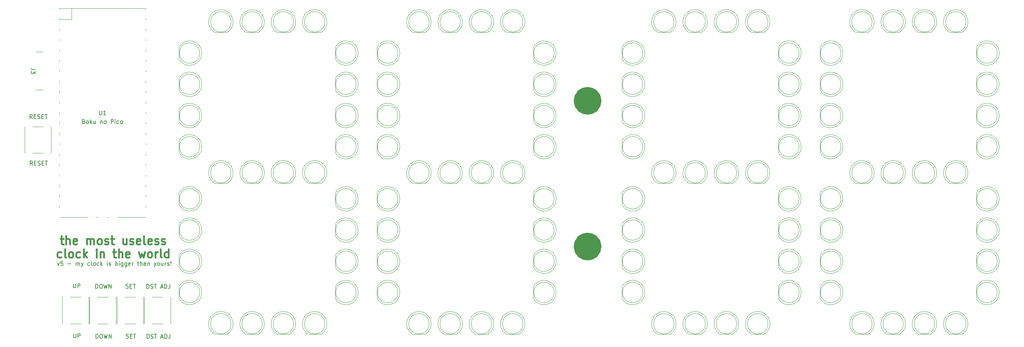
<source format=gbr>
%TF.GenerationSoftware,KiCad,Pcbnew,7.0.8*%
%TF.CreationDate,2023-11-29T08:53:45-05:00*%
%TF.ProjectId,clock,636c6f63-6b2e-46b6-9963-61645f706362,rev?*%
%TF.SameCoordinates,Original*%
%TF.FileFunction,Legend,Top*%
%TF.FilePolarity,Positive*%
%FSLAX46Y46*%
G04 Gerber Fmt 4.6, Leading zero omitted, Abs format (unit mm)*
G04 Created by KiCad (PCBNEW 7.0.8) date 2023-11-29 08:53:45*
%MOMM*%
%LPD*%
G01*
G04 APERTURE LIST*
%ADD10C,3.377000*%
%ADD11C,0.150000*%
%ADD12C,0.400000*%
%ADD13C,0.120000*%
G04 APERTURE END LIST*
D10*
X156825500Y-35518600D02*
G75*
G03*
X156825500Y-35518600I-1688500J0D01*
G01*
X156825500Y-71078600D02*
G75*
G03*
X156825500Y-71078600I-1688500J0D01*
G01*
D11*
X35337979Y-93443419D02*
X35337979Y-92443419D01*
X35337979Y-92443419D02*
X35576074Y-92443419D01*
X35576074Y-92443419D02*
X35718931Y-92491038D01*
X35718931Y-92491038D02*
X35814169Y-92586276D01*
X35814169Y-92586276D02*
X35861788Y-92681514D01*
X35861788Y-92681514D02*
X35909407Y-92871990D01*
X35909407Y-92871990D02*
X35909407Y-93014847D01*
X35909407Y-93014847D02*
X35861788Y-93205323D01*
X35861788Y-93205323D02*
X35814169Y-93300561D01*
X35814169Y-93300561D02*
X35718931Y-93395800D01*
X35718931Y-93395800D02*
X35576074Y-93443419D01*
X35576074Y-93443419D02*
X35337979Y-93443419D01*
X36528455Y-92443419D02*
X36718931Y-92443419D01*
X36718931Y-92443419D02*
X36814169Y-92491038D01*
X36814169Y-92491038D02*
X36909407Y-92586276D01*
X36909407Y-92586276D02*
X36957026Y-92776752D01*
X36957026Y-92776752D02*
X36957026Y-93110085D01*
X36957026Y-93110085D02*
X36909407Y-93300561D01*
X36909407Y-93300561D02*
X36814169Y-93395800D01*
X36814169Y-93395800D02*
X36718931Y-93443419D01*
X36718931Y-93443419D02*
X36528455Y-93443419D01*
X36528455Y-93443419D02*
X36433217Y-93395800D01*
X36433217Y-93395800D02*
X36337979Y-93300561D01*
X36337979Y-93300561D02*
X36290360Y-93110085D01*
X36290360Y-93110085D02*
X36290360Y-92776752D01*
X36290360Y-92776752D02*
X36337979Y-92586276D01*
X36337979Y-92586276D02*
X36433217Y-92491038D01*
X36433217Y-92491038D02*
X36528455Y-92443419D01*
X37290360Y-92443419D02*
X37528455Y-93443419D01*
X37528455Y-93443419D02*
X37718931Y-92729133D01*
X37718931Y-92729133D02*
X37909407Y-93443419D01*
X37909407Y-93443419D02*
X38147503Y-92443419D01*
X38528455Y-93443419D02*
X38528455Y-92443419D01*
X38528455Y-92443419D02*
X39099883Y-93443419D01*
X39099883Y-93443419D02*
X39099883Y-92443419D01*
X47733179Y-81302219D02*
X47733179Y-80302219D01*
X47733179Y-80302219D02*
X47971274Y-80302219D01*
X47971274Y-80302219D02*
X48114131Y-80349838D01*
X48114131Y-80349838D02*
X48209369Y-80445076D01*
X48209369Y-80445076D02*
X48256988Y-80540314D01*
X48256988Y-80540314D02*
X48304607Y-80730790D01*
X48304607Y-80730790D02*
X48304607Y-80873647D01*
X48304607Y-80873647D02*
X48256988Y-81064123D01*
X48256988Y-81064123D02*
X48209369Y-81159361D01*
X48209369Y-81159361D02*
X48114131Y-81254600D01*
X48114131Y-81254600D02*
X47971274Y-81302219D01*
X47971274Y-81302219D02*
X47733179Y-81302219D01*
X48685560Y-81254600D02*
X48828417Y-81302219D01*
X48828417Y-81302219D02*
X49066512Y-81302219D01*
X49066512Y-81302219D02*
X49161750Y-81254600D01*
X49161750Y-81254600D02*
X49209369Y-81206980D01*
X49209369Y-81206980D02*
X49256988Y-81111742D01*
X49256988Y-81111742D02*
X49256988Y-81016504D01*
X49256988Y-81016504D02*
X49209369Y-80921266D01*
X49209369Y-80921266D02*
X49161750Y-80873647D01*
X49161750Y-80873647D02*
X49066512Y-80826028D01*
X49066512Y-80826028D02*
X48876036Y-80778409D01*
X48876036Y-80778409D02*
X48780798Y-80730790D01*
X48780798Y-80730790D02*
X48733179Y-80683171D01*
X48733179Y-80683171D02*
X48685560Y-80587933D01*
X48685560Y-80587933D02*
X48685560Y-80492695D01*
X48685560Y-80492695D02*
X48733179Y-80397457D01*
X48733179Y-80397457D02*
X48780798Y-80349838D01*
X48780798Y-80349838D02*
X48876036Y-80302219D01*
X48876036Y-80302219D02*
X49114131Y-80302219D01*
X49114131Y-80302219D02*
X49256988Y-80349838D01*
X49542703Y-80302219D02*
X50114131Y-80302219D01*
X49828417Y-81302219D02*
X49828417Y-80302219D01*
X51161751Y-81016504D02*
X51637941Y-81016504D01*
X51066513Y-81302219D02*
X51399846Y-80302219D01*
X51399846Y-80302219D02*
X51733179Y-81302219D01*
X52066513Y-81302219D02*
X52066513Y-80302219D01*
X52066513Y-80302219D02*
X52304608Y-80302219D01*
X52304608Y-80302219D02*
X52447465Y-80349838D01*
X52447465Y-80349838D02*
X52542703Y-80445076D01*
X52542703Y-80445076D02*
X52590322Y-80540314D01*
X52590322Y-80540314D02*
X52637941Y-80730790D01*
X52637941Y-80730790D02*
X52637941Y-80873647D01*
X52637941Y-80873647D02*
X52590322Y-81064123D01*
X52590322Y-81064123D02*
X52542703Y-81159361D01*
X52542703Y-81159361D02*
X52447465Y-81254600D01*
X52447465Y-81254600D02*
X52304608Y-81302219D01*
X52304608Y-81302219D02*
X52066513Y-81302219D01*
X53352227Y-80302219D02*
X53352227Y-81016504D01*
X53352227Y-81016504D02*
X53304608Y-81159361D01*
X53304608Y-81159361D02*
X53209370Y-81254600D01*
X53209370Y-81254600D02*
X53066513Y-81302219D01*
X53066513Y-81302219D02*
X52971275Y-81302219D01*
D12*
X26665255Y-69196704D02*
X27427159Y-69196704D01*
X26950969Y-68530038D02*
X26950969Y-70244323D01*
X26950969Y-70244323D02*
X27046207Y-70434800D01*
X27046207Y-70434800D02*
X27236683Y-70530038D01*
X27236683Y-70530038D02*
X27427159Y-70530038D01*
X28093826Y-70530038D02*
X28093826Y-68530038D01*
X28950969Y-70530038D02*
X28950969Y-69482419D01*
X28950969Y-69482419D02*
X28855731Y-69291942D01*
X28855731Y-69291942D02*
X28665255Y-69196704D01*
X28665255Y-69196704D02*
X28379540Y-69196704D01*
X28379540Y-69196704D02*
X28189064Y-69291942D01*
X28189064Y-69291942D02*
X28093826Y-69387180D01*
X30665255Y-70434800D02*
X30474779Y-70530038D01*
X30474779Y-70530038D02*
X30093826Y-70530038D01*
X30093826Y-70530038D02*
X29903350Y-70434800D01*
X29903350Y-70434800D02*
X29808112Y-70244323D01*
X29808112Y-70244323D02*
X29808112Y-69482419D01*
X29808112Y-69482419D02*
X29903350Y-69291942D01*
X29903350Y-69291942D02*
X30093826Y-69196704D01*
X30093826Y-69196704D02*
X30474779Y-69196704D01*
X30474779Y-69196704D02*
X30665255Y-69291942D01*
X30665255Y-69291942D02*
X30760493Y-69482419D01*
X30760493Y-69482419D02*
X30760493Y-69672895D01*
X30760493Y-69672895D02*
X29808112Y-69863371D01*
X33141446Y-70530038D02*
X33141446Y-69196704D01*
X33141446Y-69387180D02*
X33236684Y-69291942D01*
X33236684Y-69291942D02*
X33427160Y-69196704D01*
X33427160Y-69196704D02*
X33712875Y-69196704D01*
X33712875Y-69196704D02*
X33903351Y-69291942D01*
X33903351Y-69291942D02*
X33998589Y-69482419D01*
X33998589Y-69482419D02*
X33998589Y-70530038D01*
X33998589Y-69482419D02*
X34093827Y-69291942D01*
X34093827Y-69291942D02*
X34284303Y-69196704D01*
X34284303Y-69196704D02*
X34570017Y-69196704D01*
X34570017Y-69196704D02*
X34760494Y-69291942D01*
X34760494Y-69291942D02*
X34855732Y-69482419D01*
X34855732Y-69482419D02*
X34855732Y-70530038D01*
X36093827Y-70530038D02*
X35903351Y-70434800D01*
X35903351Y-70434800D02*
X35808113Y-70339561D01*
X35808113Y-70339561D02*
X35712875Y-70149085D01*
X35712875Y-70149085D02*
X35712875Y-69577657D01*
X35712875Y-69577657D02*
X35808113Y-69387180D01*
X35808113Y-69387180D02*
X35903351Y-69291942D01*
X35903351Y-69291942D02*
X36093827Y-69196704D01*
X36093827Y-69196704D02*
X36379542Y-69196704D01*
X36379542Y-69196704D02*
X36570018Y-69291942D01*
X36570018Y-69291942D02*
X36665256Y-69387180D01*
X36665256Y-69387180D02*
X36760494Y-69577657D01*
X36760494Y-69577657D02*
X36760494Y-70149085D01*
X36760494Y-70149085D02*
X36665256Y-70339561D01*
X36665256Y-70339561D02*
X36570018Y-70434800D01*
X36570018Y-70434800D02*
X36379542Y-70530038D01*
X36379542Y-70530038D02*
X36093827Y-70530038D01*
X37522399Y-70434800D02*
X37712875Y-70530038D01*
X37712875Y-70530038D02*
X38093827Y-70530038D01*
X38093827Y-70530038D02*
X38284304Y-70434800D01*
X38284304Y-70434800D02*
X38379542Y-70244323D01*
X38379542Y-70244323D02*
X38379542Y-70149085D01*
X38379542Y-70149085D02*
X38284304Y-69958609D01*
X38284304Y-69958609D02*
X38093827Y-69863371D01*
X38093827Y-69863371D02*
X37808113Y-69863371D01*
X37808113Y-69863371D02*
X37617637Y-69768133D01*
X37617637Y-69768133D02*
X37522399Y-69577657D01*
X37522399Y-69577657D02*
X37522399Y-69482419D01*
X37522399Y-69482419D02*
X37617637Y-69291942D01*
X37617637Y-69291942D02*
X37808113Y-69196704D01*
X37808113Y-69196704D02*
X38093827Y-69196704D01*
X38093827Y-69196704D02*
X38284304Y-69291942D01*
X38950971Y-69196704D02*
X39712875Y-69196704D01*
X39236685Y-68530038D02*
X39236685Y-70244323D01*
X39236685Y-70244323D02*
X39331923Y-70434800D01*
X39331923Y-70434800D02*
X39522399Y-70530038D01*
X39522399Y-70530038D02*
X39712875Y-70530038D01*
X42760495Y-69196704D02*
X42760495Y-70530038D01*
X41903352Y-69196704D02*
X41903352Y-70244323D01*
X41903352Y-70244323D02*
X41998590Y-70434800D01*
X41998590Y-70434800D02*
X42189066Y-70530038D01*
X42189066Y-70530038D02*
X42474781Y-70530038D01*
X42474781Y-70530038D02*
X42665257Y-70434800D01*
X42665257Y-70434800D02*
X42760495Y-70339561D01*
X43617638Y-70434800D02*
X43808114Y-70530038D01*
X43808114Y-70530038D02*
X44189066Y-70530038D01*
X44189066Y-70530038D02*
X44379543Y-70434800D01*
X44379543Y-70434800D02*
X44474781Y-70244323D01*
X44474781Y-70244323D02*
X44474781Y-70149085D01*
X44474781Y-70149085D02*
X44379543Y-69958609D01*
X44379543Y-69958609D02*
X44189066Y-69863371D01*
X44189066Y-69863371D02*
X43903352Y-69863371D01*
X43903352Y-69863371D02*
X43712876Y-69768133D01*
X43712876Y-69768133D02*
X43617638Y-69577657D01*
X43617638Y-69577657D02*
X43617638Y-69482419D01*
X43617638Y-69482419D02*
X43712876Y-69291942D01*
X43712876Y-69291942D02*
X43903352Y-69196704D01*
X43903352Y-69196704D02*
X44189066Y-69196704D01*
X44189066Y-69196704D02*
X44379543Y-69291942D01*
X46093829Y-70434800D02*
X45903353Y-70530038D01*
X45903353Y-70530038D02*
X45522400Y-70530038D01*
X45522400Y-70530038D02*
X45331924Y-70434800D01*
X45331924Y-70434800D02*
X45236686Y-70244323D01*
X45236686Y-70244323D02*
X45236686Y-69482419D01*
X45236686Y-69482419D02*
X45331924Y-69291942D01*
X45331924Y-69291942D02*
X45522400Y-69196704D01*
X45522400Y-69196704D02*
X45903353Y-69196704D01*
X45903353Y-69196704D02*
X46093829Y-69291942D01*
X46093829Y-69291942D02*
X46189067Y-69482419D01*
X46189067Y-69482419D02*
X46189067Y-69672895D01*
X46189067Y-69672895D02*
X45236686Y-69863371D01*
X47331924Y-70530038D02*
X47141448Y-70434800D01*
X47141448Y-70434800D02*
X47046210Y-70244323D01*
X47046210Y-70244323D02*
X47046210Y-68530038D01*
X48855734Y-70434800D02*
X48665258Y-70530038D01*
X48665258Y-70530038D02*
X48284305Y-70530038D01*
X48284305Y-70530038D02*
X48093829Y-70434800D01*
X48093829Y-70434800D02*
X47998591Y-70244323D01*
X47998591Y-70244323D02*
X47998591Y-69482419D01*
X47998591Y-69482419D02*
X48093829Y-69291942D01*
X48093829Y-69291942D02*
X48284305Y-69196704D01*
X48284305Y-69196704D02*
X48665258Y-69196704D01*
X48665258Y-69196704D02*
X48855734Y-69291942D01*
X48855734Y-69291942D02*
X48950972Y-69482419D01*
X48950972Y-69482419D02*
X48950972Y-69672895D01*
X48950972Y-69672895D02*
X47998591Y-69863371D01*
X49712877Y-70434800D02*
X49903353Y-70530038D01*
X49903353Y-70530038D02*
X50284305Y-70530038D01*
X50284305Y-70530038D02*
X50474782Y-70434800D01*
X50474782Y-70434800D02*
X50570020Y-70244323D01*
X50570020Y-70244323D02*
X50570020Y-70149085D01*
X50570020Y-70149085D02*
X50474782Y-69958609D01*
X50474782Y-69958609D02*
X50284305Y-69863371D01*
X50284305Y-69863371D02*
X49998591Y-69863371D01*
X49998591Y-69863371D02*
X49808115Y-69768133D01*
X49808115Y-69768133D02*
X49712877Y-69577657D01*
X49712877Y-69577657D02*
X49712877Y-69482419D01*
X49712877Y-69482419D02*
X49808115Y-69291942D01*
X49808115Y-69291942D02*
X49998591Y-69196704D01*
X49998591Y-69196704D02*
X50284305Y-69196704D01*
X50284305Y-69196704D02*
X50474782Y-69291942D01*
X51331925Y-70434800D02*
X51522401Y-70530038D01*
X51522401Y-70530038D02*
X51903353Y-70530038D01*
X51903353Y-70530038D02*
X52093830Y-70434800D01*
X52093830Y-70434800D02*
X52189068Y-70244323D01*
X52189068Y-70244323D02*
X52189068Y-70149085D01*
X52189068Y-70149085D02*
X52093830Y-69958609D01*
X52093830Y-69958609D02*
X51903353Y-69863371D01*
X51903353Y-69863371D02*
X51617639Y-69863371D01*
X51617639Y-69863371D02*
X51427163Y-69768133D01*
X51427163Y-69768133D02*
X51331925Y-69577657D01*
X51331925Y-69577657D02*
X51331925Y-69482419D01*
X51331925Y-69482419D02*
X51427163Y-69291942D01*
X51427163Y-69291942D02*
X51617639Y-69196704D01*
X51617639Y-69196704D02*
X51903353Y-69196704D01*
X51903353Y-69196704D02*
X52093830Y-69291942D01*
X26903351Y-73654800D02*
X26712875Y-73750038D01*
X26712875Y-73750038D02*
X26331922Y-73750038D01*
X26331922Y-73750038D02*
X26141446Y-73654800D01*
X26141446Y-73654800D02*
X26046208Y-73559561D01*
X26046208Y-73559561D02*
X25950970Y-73369085D01*
X25950970Y-73369085D02*
X25950970Y-72797657D01*
X25950970Y-72797657D02*
X26046208Y-72607180D01*
X26046208Y-72607180D02*
X26141446Y-72511942D01*
X26141446Y-72511942D02*
X26331922Y-72416704D01*
X26331922Y-72416704D02*
X26712875Y-72416704D01*
X26712875Y-72416704D02*
X26903351Y-72511942D01*
X28046208Y-73750038D02*
X27855732Y-73654800D01*
X27855732Y-73654800D02*
X27760494Y-73464323D01*
X27760494Y-73464323D02*
X27760494Y-71750038D01*
X29093827Y-73750038D02*
X28903351Y-73654800D01*
X28903351Y-73654800D02*
X28808113Y-73559561D01*
X28808113Y-73559561D02*
X28712875Y-73369085D01*
X28712875Y-73369085D02*
X28712875Y-72797657D01*
X28712875Y-72797657D02*
X28808113Y-72607180D01*
X28808113Y-72607180D02*
X28903351Y-72511942D01*
X28903351Y-72511942D02*
X29093827Y-72416704D01*
X29093827Y-72416704D02*
X29379542Y-72416704D01*
X29379542Y-72416704D02*
X29570018Y-72511942D01*
X29570018Y-72511942D02*
X29665256Y-72607180D01*
X29665256Y-72607180D02*
X29760494Y-72797657D01*
X29760494Y-72797657D02*
X29760494Y-73369085D01*
X29760494Y-73369085D02*
X29665256Y-73559561D01*
X29665256Y-73559561D02*
X29570018Y-73654800D01*
X29570018Y-73654800D02*
X29379542Y-73750038D01*
X29379542Y-73750038D02*
X29093827Y-73750038D01*
X31474780Y-73654800D02*
X31284304Y-73750038D01*
X31284304Y-73750038D02*
X30903351Y-73750038D01*
X30903351Y-73750038D02*
X30712875Y-73654800D01*
X30712875Y-73654800D02*
X30617637Y-73559561D01*
X30617637Y-73559561D02*
X30522399Y-73369085D01*
X30522399Y-73369085D02*
X30522399Y-72797657D01*
X30522399Y-72797657D02*
X30617637Y-72607180D01*
X30617637Y-72607180D02*
X30712875Y-72511942D01*
X30712875Y-72511942D02*
X30903351Y-72416704D01*
X30903351Y-72416704D02*
X31284304Y-72416704D01*
X31284304Y-72416704D02*
X31474780Y-72511942D01*
X32331923Y-73750038D02*
X32331923Y-71750038D01*
X32522399Y-72988133D02*
X33093828Y-73750038D01*
X33093828Y-72416704D02*
X32331923Y-73178609D01*
X35474781Y-73750038D02*
X35474781Y-72416704D01*
X35474781Y-71750038D02*
X35379543Y-71845276D01*
X35379543Y-71845276D02*
X35474781Y-71940514D01*
X35474781Y-71940514D02*
X35570019Y-71845276D01*
X35570019Y-71845276D02*
X35474781Y-71750038D01*
X35474781Y-71750038D02*
X35474781Y-71940514D01*
X36427162Y-72416704D02*
X36427162Y-73750038D01*
X36427162Y-72607180D02*
X36522400Y-72511942D01*
X36522400Y-72511942D02*
X36712876Y-72416704D01*
X36712876Y-72416704D02*
X36998591Y-72416704D01*
X36998591Y-72416704D02*
X37189067Y-72511942D01*
X37189067Y-72511942D02*
X37284305Y-72702419D01*
X37284305Y-72702419D02*
X37284305Y-73750038D01*
X39474782Y-72416704D02*
X40236686Y-72416704D01*
X39760496Y-71750038D02*
X39760496Y-73464323D01*
X39760496Y-73464323D02*
X39855734Y-73654800D01*
X39855734Y-73654800D02*
X40046210Y-73750038D01*
X40046210Y-73750038D02*
X40236686Y-73750038D01*
X40903353Y-73750038D02*
X40903353Y-71750038D01*
X41760496Y-73750038D02*
X41760496Y-72702419D01*
X41760496Y-72702419D02*
X41665258Y-72511942D01*
X41665258Y-72511942D02*
X41474782Y-72416704D01*
X41474782Y-72416704D02*
X41189067Y-72416704D01*
X41189067Y-72416704D02*
X40998591Y-72511942D01*
X40998591Y-72511942D02*
X40903353Y-72607180D01*
X43474782Y-73654800D02*
X43284306Y-73750038D01*
X43284306Y-73750038D02*
X42903353Y-73750038D01*
X42903353Y-73750038D02*
X42712877Y-73654800D01*
X42712877Y-73654800D02*
X42617639Y-73464323D01*
X42617639Y-73464323D02*
X42617639Y-72702419D01*
X42617639Y-72702419D02*
X42712877Y-72511942D01*
X42712877Y-72511942D02*
X42903353Y-72416704D01*
X42903353Y-72416704D02*
X43284306Y-72416704D01*
X43284306Y-72416704D02*
X43474782Y-72511942D01*
X43474782Y-72511942D02*
X43570020Y-72702419D01*
X43570020Y-72702419D02*
X43570020Y-72892895D01*
X43570020Y-72892895D02*
X42617639Y-73083371D01*
X45760497Y-72416704D02*
X46141449Y-73750038D01*
X46141449Y-73750038D02*
X46522402Y-72797657D01*
X46522402Y-72797657D02*
X46903354Y-73750038D01*
X46903354Y-73750038D02*
X47284306Y-72416704D01*
X48331925Y-73750038D02*
X48141449Y-73654800D01*
X48141449Y-73654800D02*
X48046211Y-73559561D01*
X48046211Y-73559561D02*
X47950973Y-73369085D01*
X47950973Y-73369085D02*
X47950973Y-72797657D01*
X47950973Y-72797657D02*
X48046211Y-72607180D01*
X48046211Y-72607180D02*
X48141449Y-72511942D01*
X48141449Y-72511942D02*
X48331925Y-72416704D01*
X48331925Y-72416704D02*
X48617640Y-72416704D01*
X48617640Y-72416704D02*
X48808116Y-72511942D01*
X48808116Y-72511942D02*
X48903354Y-72607180D01*
X48903354Y-72607180D02*
X48998592Y-72797657D01*
X48998592Y-72797657D02*
X48998592Y-73369085D01*
X48998592Y-73369085D02*
X48903354Y-73559561D01*
X48903354Y-73559561D02*
X48808116Y-73654800D01*
X48808116Y-73654800D02*
X48617640Y-73750038D01*
X48617640Y-73750038D02*
X48331925Y-73750038D01*
X49855735Y-73750038D02*
X49855735Y-72416704D01*
X49855735Y-72797657D02*
X49950973Y-72607180D01*
X49950973Y-72607180D02*
X50046211Y-72511942D01*
X50046211Y-72511942D02*
X50236687Y-72416704D01*
X50236687Y-72416704D02*
X50427164Y-72416704D01*
X51379544Y-73750038D02*
X51189068Y-73654800D01*
X51189068Y-73654800D02*
X51093830Y-73464323D01*
X51093830Y-73464323D02*
X51093830Y-71750038D01*
X52998592Y-73750038D02*
X52998592Y-71750038D01*
X52998592Y-73654800D02*
X52808116Y-73750038D01*
X52808116Y-73750038D02*
X52427163Y-73750038D01*
X52427163Y-73750038D02*
X52236687Y-73654800D01*
X52236687Y-73654800D02*
X52141449Y-73559561D01*
X52141449Y-73559561D02*
X52046211Y-73369085D01*
X52046211Y-73369085D02*
X52046211Y-72797657D01*
X52046211Y-72797657D02*
X52141449Y-72607180D01*
X52141449Y-72607180D02*
X52236687Y-72511942D01*
X52236687Y-72511942D02*
X52427163Y-72416704D01*
X52427163Y-72416704D02*
X52808116Y-72416704D01*
X52808116Y-72416704D02*
X52998592Y-72511942D01*
D11*
X42707160Y-93395800D02*
X42850017Y-93443419D01*
X42850017Y-93443419D02*
X43088112Y-93443419D01*
X43088112Y-93443419D02*
X43183350Y-93395800D01*
X43183350Y-93395800D02*
X43230969Y-93348180D01*
X43230969Y-93348180D02*
X43278588Y-93252942D01*
X43278588Y-93252942D02*
X43278588Y-93157704D01*
X43278588Y-93157704D02*
X43230969Y-93062466D01*
X43230969Y-93062466D02*
X43183350Y-93014847D01*
X43183350Y-93014847D02*
X43088112Y-92967228D01*
X43088112Y-92967228D02*
X42897636Y-92919609D01*
X42897636Y-92919609D02*
X42802398Y-92871990D01*
X42802398Y-92871990D02*
X42754779Y-92824371D01*
X42754779Y-92824371D02*
X42707160Y-92729133D01*
X42707160Y-92729133D02*
X42707160Y-92633895D01*
X42707160Y-92633895D02*
X42754779Y-92538657D01*
X42754779Y-92538657D02*
X42802398Y-92491038D01*
X42802398Y-92491038D02*
X42897636Y-92443419D01*
X42897636Y-92443419D02*
X43135731Y-92443419D01*
X43135731Y-92443419D02*
X43278588Y-92491038D01*
X43707160Y-92919609D02*
X44040493Y-92919609D01*
X44183350Y-93443419D02*
X43707160Y-93443419D01*
X43707160Y-93443419D02*
X43707160Y-92443419D01*
X43707160Y-92443419D02*
X44183350Y-92443419D01*
X44469065Y-92443419D02*
X45040493Y-92443419D01*
X44754779Y-93443419D02*
X44754779Y-92443419D01*
X35287179Y-81251419D02*
X35287179Y-80251419D01*
X35287179Y-80251419D02*
X35525274Y-80251419D01*
X35525274Y-80251419D02*
X35668131Y-80299038D01*
X35668131Y-80299038D02*
X35763369Y-80394276D01*
X35763369Y-80394276D02*
X35810988Y-80489514D01*
X35810988Y-80489514D02*
X35858607Y-80679990D01*
X35858607Y-80679990D02*
X35858607Y-80822847D01*
X35858607Y-80822847D02*
X35810988Y-81013323D01*
X35810988Y-81013323D02*
X35763369Y-81108561D01*
X35763369Y-81108561D02*
X35668131Y-81203800D01*
X35668131Y-81203800D02*
X35525274Y-81251419D01*
X35525274Y-81251419D02*
X35287179Y-81251419D01*
X36477655Y-80251419D02*
X36668131Y-80251419D01*
X36668131Y-80251419D02*
X36763369Y-80299038D01*
X36763369Y-80299038D02*
X36858607Y-80394276D01*
X36858607Y-80394276D02*
X36906226Y-80584752D01*
X36906226Y-80584752D02*
X36906226Y-80918085D01*
X36906226Y-80918085D02*
X36858607Y-81108561D01*
X36858607Y-81108561D02*
X36763369Y-81203800D01*
X36763369Y-81203800D02*
X36668131Y-81251419D01*
X36668131Y-81251419D02*
X36477655Y-81251419D01*
X36477655Y-81251419D02*
X36382417Y-81203800D01*
X36382417Y-81203800D02*
X36287179Y-81108561D01*
X36287179Y-81108561D02*
X36239560Y-80918085D01*
X36239560Y-80918085D02*
X36239560Y-80584752D01*
X36239560Y-80584752D02*
X36287179Y-80394276D01*
X36287179Y-80394276D02*
X36382417Y-80299038D01*
X36382417Y-80299038D02*
X36477655Y-80251419D01*
X37239560Y-80251419D02*
X37477655Y-81251419D01*
X37477655Y-81251419D02*
X37668131Y-80537133D01*
X37668131Y-80537133D02*
X37858607Y-81251419D01*
X37858607Y-81251419D02*
X38096703Y-80251419D01*
X38477655Y-81251419D02*
X38477655Y-80251419D01*
X38477655Y-80251419D02*
X39049083Y-81251419D01*
X39049083Y-81251419D02*
X39049083Y-80251419D01*
X25946341Y-75022952D02*
X26184436Y-75689619D01*
X26184436Y-75689619D02*
X26422531Y-75022952D01*
X27279674Y-74689619D02*
X26803484Y-74689619D01*
X26803484Y-74689619D02*
X26755865Y-75165809D01*
X26755865Y-75165809D02*
X26803484Y-75118190D01*
X26803484Y-75118190D02*
X26898722Y-75070571D01*
X26898722Y-75070571D02*
X27136817Y-75070571D01*
X27136817Y-75070571D02*
X27232055Y-75118190D01*
X27232055Y-75118190D02*
X27279674Y-75165809D01*
X27279674Y-75165809D02*
X27327293Y-75261047D01*
X27327293Y-75261047D02*
X27327293Y-75499142D01*
X27327293Y-75499142D02*
X27279674Y-75594380D01*
X27279674Y-75594380D02*
X27232055Y-75642000D01*
X27232055Y-75642000D02*
X27136817Y-75689619D01*
X27136817Y-75689619D02*
X26898722Y-75689619D01*
X26898722Y-75689619D02*
X26803484Y-75642000D01*
X26803484Y-75642000D02*
X26755865Y-75594380D01*
X28517770Y-75308666D02*
X29279675Y-75308666D01*
X30517770Y-75689619D02*
X30517770Y-75022952D01*
X30517770Y-75118190D02*
X30565389Y-75070571D01*
X30565389Y-75070571D02*
X30660627Y-75022952D01*
X30660627Y-75022952D02*
X30803484Y-75022952D01*
X30803484Y-75022952D02*
X30898722Y-75070571D01*
X30898722Y-75070571D02*
X30946341Y-75165809D01*
X30946341Y-75165809D02*
X30946341Y-75689619D01*
X30946341Y-75165809D02*
X30993960Y-75070571D01*
X30993960Y-75070571D02*
X31089198Y-75022952D01*
X31089198Y-75022952D02*
X31232055Y-75022952D01*
X31232055Y-75022952D02*
X31327294Y-75070571D01*
X31327294Y-75070571D02*
X31374913Y-75165809D01*
X31374913Y-75165809D02*
X31374913Y-75689619D01*
X31755865Y-75022952D02*
X31993960Y-75689619D01*
X32232055Y-75022952D02*
X31993960Y-75689619D01*
X31993960Y-75689619D02*
X31898722Y-75927714D01*
X31898722Y-75927714D02*
X31851103Y-75975333D01*
X31851103Y-75975333D02*
X31755865Y-76022952D01*
X33803484Y-75642000D02*
X33708246Y-75689619D01*
X33708246Y-75689619D02*
X33517770Y-75689619D01*
X33517770Y-75689619D02*
X33422532Y-75642000D01*
X33422532Y-75642000D02*
X33374913Y-75594380D01*
X33374913Y-75594380D02*
X33327294Y-75499142D01*
X33327294Y-75499142D02*
X33327294Y-75213428D01*
X33327294Y-75213428D02*
X33374913Y-75118190D01*
X33374913Y-75118190D02*
X33422532Y-75070571D01*
X33422532Y-75070571D02*
X33517770Y-75022952D01*
X33517770Y-75022952D02*
X33708246Y-75022952D01*
X33708246Y-75022952D02*
X33803484Y-75070571D01*
X34374913Y-75689619D02*
X34279675Y-75642000D01*
X34279675Y-75642000D02*
X34232056Y-75546761D01*
X34232056Y-75546761D02*
X34232056Y-74689619D01*
X34898723Y-75689619D02*
X34803485Y-75642000D01*
X34803485Y-75642000D02*
X34755866Y-75594380D01*
X34755866Y-75594380D02*
X34708247Y-75499142D01*
X34708247Y-75499142D02*
X34708247Y-75213428D01*
X34708247Y-75213428D02*
X34755866Y-75118190D01*
X34755866Y-75118190D02*
X34803485Y-75070571D01*
X34803485Y-75070571D02*
X34898723Y-75022952D01*
X34898723Y-75022952D02*
X35041580Y-75022952D01*
X35041580Y-75022952D02*
X35136818Y-75070571D01*
X35136818Y-75070571D02*
X35184437Y-75118190D01*
X35184437Y-75118190D02*
X35232056Y-75213428D01*
X35232056Y-75213428D02*
X35232056Y-75499142D01*
X35232056Y-75499142D02*
X35184437Y-75594380D01*
X35184437Y-75594380D02*
X35136818Y-75642000D01*
X35136818Y-75642000D02*
X35041580Y-75689619D01*
X35041580Y-75689619D02*
X34898723Y-75689619D01*
X36089199Y-75642000D02*
X35993961Y-75689619D01*
X35993961Y-75689619D02*
X35803485Y-75689619D01*
X35803485Y-75689619D02*
X35708247Y-75642000D01*
X35708247Y-75642000D02*
X35660628Y-75594380D01*
X35660628Y-75594380D02*
X35613009Y-75499142D01*
X35613009Y-75499142D02*
X35613009Y-75213428D01*
X35613009Y-75213428D02*
X35660628Y-75118190D01*
X35660628Y-75118190D02*
X35708247Y-75070571D01*
X35708247Y-75070571D02*
X35803485Y-75022952D01*
X35803485Y-75022952D02*
X35993961Y-75022952D01*
X35993961Y-75022952D02*
X36089199Y-75070571D01*
X36517771Y-75689619D02*
X36517771Y-74689619D01*
X36613009Y-75308666D02*
X36898723Y-75689619D01*
X36898723Y-75022952D02*
X36517771Y-75403904D01*
X38089200Y-75689619D02*
X38089200Y-75022952D01*
X38089200Y-74689619D02*
X38041581Y-74737238D01*
X38041581Y-74737238D02*
X38089200Y-74784857D01*
X38089200Y-74784857D02*
X38136819Y-74737238D01*
X38136819Y-74737238D02*
X38089200Y-74689619D01*
X38089200Y-74689619D02*
X38089200Y-74784857D01*
X38517771Y-75642000D02*
X38613009Y-75689619D01*
X38613009Y-75689619D02*
X38803485Y-75689619D01*
X38803485Y-75689619D02*
X38898723Y-75642000D01*
X38898723Y-75642000D02*
X38946342Y-75546761D01*
X38946342Y-75546761D02*
X38946342Y-75499142D01*
X38946342Y-75499142D02*
X38898723Y-75403904D01*
X38898723Y-75403904D02*
X38803485Y-75356285D01*
X38803485Y-75356285D02*
X38660628Y-75356285D01*
X38660628Y-75356285D02*
X38565390Y-75308666D01*
X38565390Y-75308666D02*
X38517771Y-75213428D01*
X38517771Y-75213428D02*
X38517771Y-75165809D01*
X38517771Y-75165809D02*
X38565390Y-75070571D01*
X38565390Y-75070571D02*
X38660628Y-75022952D01*
X38660628Y-75022952D02*
X38803485Y-75022952D01*
X38803485Y-75022952D02*
X38898723Y-75070571D01*
X40136819Y-75689619D02*
X40136819Y-74689619D01*
X40136819Y-75070571D02*
X40232057Y-75022952D01*
X40232057Y-75022952D02*
X40422533Y-75022952D01*
X40422533Y-75022952D02*
X40517771Y-75070571D01*
X40517771Y-75070571D02*
X40565390Y-75118190D01*
X40565390Y-75118190D02*
X40613009Y-75213428D01*
X40613009Y-75213428D02*
X40613009Y-75499142D01*
X40613009Y-75499142D02*
X40565390Y-75594380D01*
X40565390Y-75594380D02*
X40517771Y-75642000D01*
X40517771Y-75642000D02*
X40422533Y-75689619D01*
X40422533Y-75689619D02*
X40232057Y-75689619D01*
X40232057Y-75689619D02*
X40136819Y-75642000D01*
X41041581Y-75689619D02*
X41041581Y-75022952D01*
X41041581Y-74689619D02*
X40993962Y-74737238D01*
X40993962Y-74737238D02*
X41041581Y-74784857D01*
X41041581Y-74784857D02*
X41089200Y-74737238D01*
X41089200Y-74737238D02*
X41041581Y-74689619D01*
X41041581Y-74689619D02*
X41041581Y-74784857D01*
X41946342Y-75022952D02*
X41946342Y-75832476D01*
X41946342Y-75832476D02*
X41898723Y-75927714D01*
X41898723Y-75927714D02*
X41851104Y-75975333D01*
X41851104Y-75975333D02*
X41755866Y-76022952D01*
X41755866Y-76022952D02*
X41613009Y-76022952D01*
X41613009Y-76022952D02*
X41517771Y-75975333D01*
X41946342Y-75642000D02*
X41851104Y-75689619D01*
X41851104Y-75689619D02*
X41660628Y-75689619D01*
X41660628Y-75689619D02*
X41565390Y-75642000D01*
X41565390Y-75642000D02*
X41517771Y-75594380D01*
X41517771Y-75594380D02*
X41470152Y-75499142D01*
X41470152Y-75499142D02*
X41470152Y-75213428D01*
X41470152Y-75213428D02*
X41517771Y-75118190D01*
X41517771Y-75118190D02*
X41565390Y-75070571D01*
X41565390Y-75070571D02*
X41660628Y-75022952D01*
X41660628Y-75022952D02*
X41851104Y-75022952D01*
X41851104Y-75022952D02*
X41946342Y-75070571D01*
X42851104Y-75022952D02*
X42851104Y-75832476D01*
X42851104Y-75832476D02*
X42803485Y-75927714D01*
X42803485Y-75927714D02*
X42755866Y-75975333D01*
X42755866Y-75975333D02*
X42660628Y-76022952D01*
X42660628Y-76022952D02*
X42517771Y-76022952D01*
X42517771Y-76022952D02*
X42422533Y-75975333D01*
X42851104Y-75642000D02*
X42755866Y-75689619D01*
X42755866Y-75689619D02*
X42565390Y-75689619D01*
X42565390Y-75689619D02*
X42470152Y-75642000D01*
X42470152Y-75642000D02*
X42422533Y-75594380D01*
X42422533Y-75594380D02*
X42374914Y-75499142D01*
X42374914Y-75499142D02*
X42374914Y-75213428D01*
X42374914Y-75213428D02*
X42422533Y-75118190D01*
X42422533Y-75118190D02*
X42470152Y-75070571D01*
X42470152Y-75070571D02*
X42565390Y-75022952D01*
X42565390Y-75022952D02*
X42755866Y-75022952D01*
X42755866Y-75022952D02*
X42851104Y-75070571D01*
X43708247Y-75642000D02*
X43613009Y-75689619D01*
X43613009Y-75689619D02*
X43422533Y-75689619D01*
X43422533Y-75689619D02*
X43327295Y-75642000D01*
X43327295Y-75642000D02*
X43279676Y-75546761D01*
X43279676Y-75546761D02*
X43279676Y-75165809D01*
X43279676Y-75165809D02*
X43327295Y-75070571D01*
X43327295Y-75070571D02*
X43422533Y-75022952D01*
X43422533Y-75022952D02*
X43613009Y-75022952D01*
X43613009Y-75022952D02*
X43708247Y-75070571D01*
X43708247Y-75070571D02*
X43755866Y-75165809D01*
X43755866Y-75165809D02*
X43755866Y-75261047D01*
X43755866Y-75261047D02*
X43279676Y-75356285D01*
X44184438Y-75689619D02*
X44184438Y-75022952D01*
X44184438Y-75213428D02*
X44232057Y-75118190D01*
X44232057Y-75118190D02*
X44279676Y-75070571D01*
X44279676Y-75070571D02*
X44374914Y-75022952D01*
X44374914Y-75022952D02*
X44470152Y-75022952D01*
X45422534Y-75022952D02*
X45803486Y-75022952D01*
X45565391Y-74689619D02*
X45565391Y-75546761D01*
X45565391Y-75546761D02*
X45613010Y-75642000D01*
X45613010Y-75642000D02*
X45708248Y-75689619D01*
X45708248Y-75689619D02*
X45803486Y-75689619D01*
X46136820Y-75689619D02*
X46136820Y-74689619D01*
X46565391Y-75689619D02*
X46565391Y-75165809D01*
X46565391Y-75165809D02*
X46517772Y-75070571D01*
X46517772Y-75070571D02*
X46422534Y-75022952D01*
X46422534Y-75022952D02*
X46279677Y-75022952D01*
X46279677Y-75022952D02*
X46184439Y-75070571D01*
X46184439Y-75070571D02*
X46136820Y-75118190D01*
X47470153Y-75689619D02*
X47470153Y-75165809D01*
X47470153Y-75165809D02*
X47422534Y-75070571D01*
X47422534Y-75070571D02*
X47327296Y-75022952D01*
X47327296Y-75022952D02*
X47136820Y-75022952D01*
X47136820Y-75022952D02*
X47041582Y-75070571D01*
X47470153Y-75642000D02*
X47374915Y-75689619D01*
X47374915Y-75689619D02*
X47136820Y-75689619D01*
X47136820Y-75689619D02*
X47041582Y-75642000D01*
X47041582Y-75642000D02*
X46993963Y-75546761D01*
X46993963Y-75546761D02*
X46993963Y-75451523D01*
X46993963Y-75451523D02*
X47041582Y-75356285D01*
X47041582Y-75356285D02*
X47136820Y-75308666D01*
X47136820Y-75308666D02*
X47374915Y-75308666D01*
X47374915Y-75308666D02*
X47470153Y-75261047D01*
X47946344Y-75022952D02*
X47946344Y-75689619D01*
X47946344Y-75118190D02*
X47993963Y-75070571D01*
X47993963Y-75070571D02*
X48089201Y-75022952D01*
X48089201Y-75022952D02*
X48232058Y-75022952D01*
X48232058Y-75022952D02*
X48327296Y-75070571D01*
X48327296Y-75070571D02*
X48374915Y-75165809D01*
X48374915Y-75165809D02*
X48374915Y-75689619D01*
X49517773Y-75022952D02*
X49755868Y-75689619D01*
X49993963Y-75022952D02*
X49755868Y-75689619D01*
X49755868Y-75689619D02*
X49660630Y-75927714D01*
X49660630Y-75927714D02*
X49613011Y-75975333D01*
X49613011Y-75975333D02*
X49517773Y-76022952D01*
X50517773Y-75689619D02*
X50422535Y-75642000D01*
X50422535Y-75642000D02*
X50374916Y-75594380D01*
X50374916Y-75594380D02*
X50327297Y-75499142D01*
X50327297Y-75499142D02*
X50327297Y-75213428D01*
X50327297Y-75213428D02*
X50374916Y-75118190D01*
X50374916Y-75118190D02*
X50422535Y-75070571D01*
X50422535Y-75070571D02*
X50517773Y-75022952D01*
X50517773Y-75022952D02*
X50660630Y-75022952D01*
X50660630Y-75022952D02*
X50755868Y-75070571D01*
X50755868Y-75070571D02*
X50803487Y-75118190D01*
X50803487Y-75118190D02*
X50851106Y-75213428D01*
X50851106Y-75213428D02*
X50851106Y-75499142D01*
X50851106Y-75499142D02*
X50803487Y-75594380D01*
X50803487Y-75594380D02*
X50755868Y-75642000D01*
X50755868Y-75642000D02*
X50660630Y-75689619D01*
X50660630Y-75689619D02*
X50517773Y-75689619D01*
X51708249Y-75022952D02*
X51708249Y-75689619D01*
X51279678Y-75022952D02*
X51279678Y-75546761D01*
X51279678Y-75546761D02*
X51327297Y-75642000D01*
X51327297Y-75642000D02*
X51422535Y-75689619D01*
X51422535Y-75689619D02*
X51565392Y-75689619D01*
X51565392Y-75689619D02*
X51660630Y-75642000D01*
X51660630Y-75642000D02*
X51708249Y-75594380D01*
X52184440Y-75689619D02*
X52184440Y-75022952D01*
X52184440Y-75213428D02*
X52232059Y-75118190D01*
X52232059Y-75118190D02*
X52279678Y-75070571D01*
X52279678Y-75070571D02*
X52374916Y-75022952D01*
X52374916Y-75022952D02*
X52470154Y-75022952D01*
X52755869Y-75642000D02*
X52851107Y-75689619D01*
X52851107Y-75689619D02*
X53041583Y-75689619D01*
X53041583Y-75689619D02*
X53136821Y-75642000D01*
X53136821Y-75642000D02*
X53184440Y-75546761D01*
X53184440Y-75546761D02*
X53184440Y-75499142D01*
X53184440Y-75499142D02*
X53136821Y-75403904D01*
X53136821Y-75403904D02*
X53041583Y-75356285D01*
X53041583Y-75356285D02*
X52898726Y-75356285D01*
X52898726Y-75356285D02*
X52803488Y-75308666D01*
X52803488Y-75308666D02*
X52755869Y-75213428D01*
X52755869Y-75213428D02*
X52755869Y-75165809D01*
X52755869Y-75165809D02*
X52803488Y-75070571D01*
X52803488Y-75070571D02*
X52898726Y-75022952D01*
X52898726Y-75022952D02*
X53041583Y-75022952D01*
X53041583Y-75022952D02*
X53136821Y-75070571D01*
X53613012Y-75594380D02*
X53660631Y-75642000D01*
X53660631Y-75642000D02*
X53613012Y-75689619D01*
X53613012Y-75689619D02*
X53565393Y-75642000D01*
X53565393Y-75642000D02*
X53613012Y-75594380D01*
X53613012Y-75594380D02*
X53613012Y-75689619D01*
X53613012Y-75308666D02*
X53565393Y-74737238D01*
X53565393Y-74737238D02*
X53613012Y-74689619D01*
X53613012Y-74689619D02*
X53660631Y-74737238D01*
X53660631Y-74737238D02*
X53613012Y-75308666D01*
X53613012Y-75308666D02*
X53613012Y-74689619D01*
X42656360Y-81203800D02*
X42799217Y-81251419D01*
X42799217Y-81251419D02*
X43037312Y-81251419D01*
X43037312Y-81251419D02*
X43132550Y-81203800D01*
X43132550Y-81203800D02*
X43180169Y-81156180D01*
X43180169Y-81156180D02*
X43227788Y-81060942D01*
X43227788Y-81060942D02*
X43227788Y-80965704D01*
X43227788Y-80965704D02*
X43180169Y-80870466D01*
X43180169Y-80870466D02*
X43132550Y-80822847D01*
X43132550Y-80822847D02*
X43037312Y-80775228D01*
X43037312Y-80775228D02*
X42846836Y-80727609D01*
X42846836Y-80727609D02*
X42751598Y-80679990D01*
X42751598Y-80679990D02*
X42703979Y-80632371D01*
X42703979Y-80632371D02*
X42656360Y-80537133D01*
X42656360Y-80537133D02*
X42656360Y-80441895D01*
X42656360Y-80441895D02*
X42703979Y-80346657D01*
X42703979Y-80346657D02*
X42751598Y-80299038D01*
X42751598Y-80299038D02*
X42846836Y-80251419D01*
X42846836Y-80251419D02*
X43084931Y-80251419D01*
X43084931Y-80251419D02*
X43227788Y-80299038D01*
X43656360Y-80727609D02*
X43989693Y-80727609D01*
X44132550Y-81251419D02*
X43656360Y-81251419D01*
X43656360Y-81251419D02*
X43656360Y-80251419D01*
X43656360Y-80251419D02*
X44132550Y-80251419D01*
X44418265Y-80251419D02*
X44989693Y-80251419D01*
X44703979Y-81251419D02*
X44703979Y-80251419D01*
X19856607Y-39849419D02*
X19523274Y-39373228D01*
X19285179Y-39849419D02*
X19285179Y-38849419D01*
X19285179Y-38849419D02*
X19666131Y-38849419D01*
X19666131Y-38849419D02*
X19761369Y-38897038D01*
X19761369Y-38897038D02*
X19808988Y-38944657D01*
X19808988Y-38944657D02*
X19856607Y-39039895D01*
X19856607Y-39039895D02*
X19856607Y-39182752D01*
X19856607Y-39182752D02*
X19808988Y-39277990D01*
X19808988Y-39277990D02*
X19761369Y-39325609D01*
X19761369Y-39325609D02*
X19666131Y-39373228D01*
X19666131Y-39373228D02*
X19285179Y-39373228D01*
X20285179Y-39325609D02*
X20618512Y-39325609D01*
X20761369Y-39849419D02*
X20285179Y-39849419D01*
X20285179Y-39849419D02*
X20285179Y-38849419D01*
X20285179Y-38849419D02*
X20761369Y-38849419D01*
X21142322Y-39801800D02*
X21285179Y-39849419D01*
X21285179Y-39849419D02*
X21523274Y-39849419D01*
X21523274Y-39849419D02*
X21618512Y-39801800D01*
X21618512Y-39801800D02*
X21666131Y-39754180D01*
X21666131Y-39754180D02*
X21713750Y-39658942D01*
X21713750Y-39658942D02*
X21713750Y-39563704D01*
X21713750Y-39563704D02*
X21666131Y-39468466D01*
X21666131Y-39468466D02*
X21618512Y-39420847D01*
X21618512Y-39420847D02*
X21523274Y-39373228D01*
X21523274Y-39373228D02*
X21332798Y-39325609D01*
X21332798Y-39325609D02*
X21237560Y-39277990D01*
X21237560Y-39277990D02*
X21189941Y-39230371D01*
X21189941Y-39230371D02*
X21142322Y-39135133D01*
X21142322Y-39135133D02*
X21142322Y-39039895D01*
X21142322Y-39039895D02*
X21189941Y-38944657D01*
X21189941Y-38944657D02*
X21237560Y-38897038D01*
X21237560Y-38897038D02*
X21332798Y-38849419D01*
X21332798Y-38849419D02*
X21570893Y-38849419D01*
X21570893Y-38849419D02*
X21713750Y-38897038D01*
X22142322Y-39325609D02*
X22475655Y-39325609D01*
X22618512Y-39849419D02*
X22142322Y-39849419D01*
X22142322Y-39849419D02*
X22142322Y-38849419D01*
X22142322Y-38849419D02*
X22618512Y-38849419D01*
X22904227Y-38849419D02*
X23475655Y-38849419D01*
X23189941Y-39849419D02*
X23189941Y-38849419D01*
X29902379Y-92341819D02*
X29902379Y-93151342D01*
X29902379Y-93151342D02*
X29949998Y-93246580D01*
X29949998Y-93246580D02*
X29997617Y-93294200D01*
X29997617Y-93294200D02*
X30092855Y-93341819D01*
X30092855Y-93341819D02*
X30283331Y-93341819D01*
X30283331Y-93341819D02*
X30378569Y-93294200D01*
X30378569Y-93294200D02*
X30426188Y-93246580D01*
X30426188Y-93246580D02*
X30473807Y-93151342D01*
X30473807Y-93151342D02*
X30473807Y-92341819D01*
X30949998Y-93341819D02*
X30949998Y-92341819D01*
X30949998Y-92341819D02*
X31330950Y-92341819D01*
X31330950Y-92341819D02*
X31426188Y-92389438D01*
X31426188Y-92389438D02*
X31473807Y-92437057D01*
X31473807Y-92437057D02*
X31521426Y-92532295D01*
X31521426Y-92532295D02*
X31521426Y-92675152D01*
X31521426Y-92675152D02*
X31473807Y-92770390D01*
X31473807Y-92770390D02*
X31426188Y-92818009D01*
X31426188Y-92818009D02*
X31330950Y-92865628D01*
X31330950Y-92865628D02*
X30949998Y-92865628D01*
X19907407Y-51228619D02*
X19574074Y-50752428D01*
X19335979Y-51228619D02*
X19335979Y-50228619D01*
X19335979Y-50228619D02*
X19716931Y-50228619D01*
X19716931Y-50228619D02*
X19812169Y-50276238D01*
X19812169Y-50276238D02*
X19859788Y-50323857D01*
X19859788Y-50323857D02*
X19907407Y-50419095D01*
X19907407Y-50419095D02*
X19907407Y-50561952D01*
X19907407Y-50561952D02*
X19859788Y-50657190D01*
X19859788Y-50657190D02*
X19812169Y-50704809D01*
X19812169Y-50704809D02*
X19716931Y-50752428D01*
X19716931Y-50752428D02*
X19335979Y-50752428D01*
X20335979Y-50704809D02*
X20669312Y-50704809D01*
X20812169Y-51228619D02*
X20335979Y-51228619D01*
X20335979Y-51228619D02*
X20335979Y-50228619D01*
X20335979Y-50228619D02*
X20812169Y-50228619D01*
X21193122Y-51181000D02*
X21335979Y-51228619D01*
X21335979Y-51228619D02*
X21574074Y-51228619D01*
X21574074Y-51228619D02*
X21669312Y-51181000D01*
X21669312Y-51181000D02*
X21716931Y-51133380D01*
X21716931Y-51133380D02*
X21764550Y-51038142D01*
X21764550Y-51038142D02*
X21764550Y-50942904D01*
X21764550Y-50942904D02*
X21716931Y-50847666D01*
X21716931Y-50847666D02*
X21669312Y-50800047D01*
X21669312Y-50800047D02*
X21574074Y-50752428D01*
X21574074Y-50752428D02*
X21383598Y-50704809D01*
X21383598Y-50704809D02*
X21288360Y-50657190D01*
X21288360Y-50657190D02*
X21240741Y-50609571D01*
X21240741Y-50609571D02*
X21193122Y-50514333D01*
X21193122Y-50514333D02*
X21193122Y-50419095D01*
X21193122Y-50419095D02*
X21240741Y-50323857D01*
X21240741Y-50323857D02*
X21288360Y-50276238D01*
X21288360Y-50276238D02*
X21383598Y-50228619D01*
X21383598Y-50228619D02*
X21621693Y-50228619D01*
X21621693Y-50228619D02*
X21764550Y-50276238D01*
X22193122Y-50704809D02*
X22526455Y-50704809D01*
X22669312Y-51228619D02*
X22193122Y-51228619D01*
X22193122Y-51228619D02*
X22193122Y-50228619D01*
X22193122Y-50228619D02*
X22669312Y-50228619D01*
X22955027Y-50228619D02*
X23526455Y-50228619D01*
X23240741Y-51228619D02*
X23240741Y-50228619D01*
X47783979Y-93494219D02*
X47783979Y-92494219D01*
X47783979Y-92494219D02*
X48022074Y-92494219D01*
X48022074Y-92494219D02*
X48164931Y-92541838D01*
X48164931Y-92541838D02*
X48260169Y-92637076D01*
X48260169Y-92637076D02*
X48307788Y-92732314D01*
X48307788Y-92732314D02*
X48355407Y-92922790D01*
X48355407Y-92922790D02*
X48355407Y-93065647D01*
X48355407Y-93065647D02*
X48307788Y-93256123D01*
X48307788Y-93256123D02*
X48260169Y-93351361D01*
X48260169Y-93351361D02*
X48164931Y-93446600D01*
X48164931Y-93446600D02*
X48022074Y-93494219D01*
X48022074Y-93494219D02*
X47783979Y-93494219D01*
X48736360Y-93446600D02*
X48879217Y-93494219D01*
X48879217Y-93494219D02*
X49117312Y-93494219D01*
X49117312Y-93494219D02*
X49212550Y-93446600D01*
X49212550Y-93446600D02*
X49260169Y-93398980D01*
X49260169Y-93398980D02*
X49307788Y-93303742D01*
X49307788Y-93303742D02*
X49307788Y-93208504D01*
X49307788Y-93208504D02*
X49260169Y-93113266D01*
X49260169Y-93113266D02*
X49212550Y-93065647D01*
X49212550Y-93065647D02*
X49117312Y-93018028D01*
X49117312Y-93018028D02*
X48926836Y-92970409D01*
X48926836Y-92970409D02*
X48831598Y-92922790D01*
X48831598Y-92922790D02*
X48783979Y-92875171D01*
X48783979Y-92875171D02*
X48736360Y-92779933D01*
X48736360Y-92779933D02*
X48736360Y-92684695D01*
X48736360Y-92684695D02*
X48783979Y-92589457D01*
X48783979Y-92589457D02*
X48831598Y-92541838D01*
X48831598Y-92541838D02*
X48926836Y-92494219D01*
X48926836Y-92494219D02*
X49164931Y-92494219D01*
X49164931Y-92494219D02*
X49307788Y-92541838D01*
X49593503Y-92494219D02*
X50164931Y-92494219D01*
X49879217Y-93494219D02*
X49879217Y-92494219D01*
X51212551Y-93208504D02*
X51688741Y-93208504D01*
X51117313Y-93494219D02*
X51450646Y-92494219D01*
X51450646Y-92494219D02*
X51783979Y-93494219D01*
X52117313Y-93494219D02*
X52117313Y-92494219D01*
X52117313Y-92494219D02*
X52355408Y-92494219D01*
X52355408Y-92494219D02*
X52498265Y-92541838D01*
X52498265Y-92541838D02*
X52593503Y-92637076D01*
X52593503Y-92637076D02*
X52641122Y-92732314D01*
X52641122Y-92732314D02*
X52688741Y-92922790D01*
X52688741Y-92922790D02*
X52688741Y-93065647D01*
X52688741Y-93065647D02*
X52641122Y-93256123D01*
X52641122Y-93256123D02*
X52593503Y-93351361D01*
X52593503Y-93351361D02*
X52498265Y-93446600D01*
X52498265Y-93446600D02*
X52355408Y-93494219D01*
X52355408Y-93494219D02*
X52117313Y-93494219D01*
X53403027Y-92494219D02*
X53403027Y-93208504D01*
X53403027Y-93208504D02*
X53355408Y-93351361D01*
X53355408Y-93351361D02*
X53260170Y-93446600D01*
X53260170Y-93446600D02*
X53117313Y-93494219D01*
X53117313Y-93494219D02*
X53022075Y-93494219D01*
X29851579Y-80149819D02*
X29851579Y-80959342D01*
X29851579Y-80959342D02*
X29899198Y-81054580D01*
X29899198Y-81054580D02*
X29946817Y-81102200D01*
X29946817Y-81102200D02*
X30042055Y-81149819D01*
X30042055Y-81149819D02*
X30232531Y-81149819D01*
X30232531Y-81149819D02*
X30327769Y-81102200D01*
X30327769Y-81102200D02*
X30375388Y-81054580D01*
X30375388Y-81054580D02*
X30423007Y-80959342D01*
X30423007Y-80959342D02*
X30423007Y-80149819D01*
X30899198Y-81149819D02*
X30899198Y-80149819D01*
X30899198Y-80149819D02*
X31280150Y-80149819D01*
X31280150Y-80149819D02*
X31375388Y-80197438D01*
X31375388Y-80197438D02*
X31423007Y-80245057D01*
X31423007Y-80245057D02*
X31470626Y-80340295D01*
X31470626Y-80340295D02*
X31470626Y-80483152D01*
X31470626Y-80483152D02*
X31423007Y-80578390D01*
X31423007Y-80578390D02*
X31375388Y-80626009D01*
X31375388Y-80626009D02*
X31280150Y-80673628D01*
X31280150Y-80673628D02*
X30899198Y-80673628D01*
X36169695Y-37910419D02*
X36169695Y-38719942D01*
X36169695Y-38719942D02*
X36217314Y-38815180D01*
X36217314Y-38815180D02*
X36264933Y-38862800D01*
X36264933Y-38862800D02*
X36360171Y-38910419D01*
X36360171Y-38910419D02*
X36550647Y-38910419D01*
X36550647Y-38910419D02*
X36645885Y-38862800D01*
X36645885Y-38862800D02*
X36693504Y-38815180D01*
X36693504Y-38815180D02*
X36741123Y-38719942D01*
X36741123Y-38719942D02*
X36741123Y-37910419D01*
X37741123Y-38910419D02*
X37169695Y-38910419D01*
X37455409Y-38910419D02*
X37455409Y-37910419D01*
X37455409Y-37910419D02*
X37360171Y-38053276D01*
X37360171Y-38053276D02*
X37264933Y-38148514D01*
X37264933Y-38148514D02*
X37169695Y-38196133D01*
X32407790Y-40545609D02*
X32550647Y-40593228D01*
X32550647Y-40593228D02*
X32598266Y-40640847D01*
X32598266Y-40640847D02*
X32645885Y-40736085D01*
X32645885Y-40736085D02*
X32645885Y-40878942D01*
X32645885Y-40878942D02*
X32598266Y-40974180D01*
X32598266Y-40974180D02*
X32550647Y-41021800D01*
X32550647Y-41021800D02*
X32455409Y-41069419D01*
X32455409Y-41069419D02*
X32074457Y-41069419D01*
X32074457Y-41069419D02*
X32074457Y-40069419D01*
X32074457Y-40069419D02*
X32407790Y-40069419D01*
X32407790Y-40069419D02*
X32503028Y-40117038D01*
X32503028Y-40117038D02*
X32550647Y-40164657D01*
X32550647Y-40164657D02*
X32598266Y-40259895D01*
X32598266Y-40259895D02*
X32598266Y-40355133D01*
X32598266Y-40355133D02*
X32550647Y-40450371D01*
X32550647Y-40450371D02*
X32503028Y-40497990D01*
X32503028Y-40497990D02*
X32407790Y-40545609D01*
X32407790Y-40545609D02*
X32074457Y-40545609D01*
X33217314Y-41069419D02*
X33122076Y-41021800D01*
X33122076Y-41021800D02*
X33074457Y-40974180D01*
X33074457Y-40974180D02*
X33026838Y-40878942D01*
X33026838Y-40878942D02*
X33026838Y-40593228D01*
X33026838Y-40593228D02*
X33074457Y-40497990D01*
X33074457Y-40497990D02*
X33122076Y-40450371D01*
X33122076Y-40450371D02*
X33217314Y-40402752D01*
X33217314Y-40402752D02*
X33360171Y-40402752D01*
X33360171Y-40402752D02*
X33455409Y-40450371D01*
X33455409Y-40450371D02*
X33503028Y-40497990D01*
X33503028Y-40497990D02*
X33550647Y-40593228D01*
X33550647Y-40593228D02*
X33550647Y-40878942D01*
X33550647Y-40878942D02*
X33503028Y-40974180D01*
X33503028Y-40974180D02*
X33455409Y-41021800D01*
X33455409Y-41021800D02*
X33360171Y-41069419D01*
X33360171Y-41069419D02*
X33217314Y-41069419D01*
X33979219Y-41069419D02*
X33979219Y-40069419D01*
X34074457Y-40688466D02*
X34360171Y-41069419D01*
X34360171Y-40402752D02*
X33979219Y-40783704D01*
X35217314Y-40402752D02*
X35217314Y-41069419D01*
X34788743Y-40402752D02*
X34788743Y-40926561D01*
X34788743Y-40926561D02*
X34836362Y-41021800D01*
X34836362Y-41021800D02*
X34931600Y-41069419D01*
X34931600Y-41069419D02*
X35074457Y-41069419D01*
X35074457Y-41069419D02*
X35169695Y-41021800D01*
X35169695Y-41021800D02*
X35217314Y-40974180D01*
X36455410Y-40402752D02*
X36455410Y-41069419D01*
X36455410Y-40497990D02*
X36503029Y-40450371D01*
X36503029Y-40450371D02*
X36598267Y-40402752D01*
X36598267Y-40402752D02*
X36741124Y-40402752D01*
X36741124Y-40402752D02*
X36836362Y-40450371D01*
X36836362Y-40450371D02*
X36883981Y-40545609D01*
X36883981Y-40545609D02*
X36883981Y-41069419D01*
X37503029Y-41069419D02*
X37407791Y-41021800D01*
X37407791Y-41021800D02*
X37360172Y-40974180D01*
X37360172Y-40974180D02*
X37312553Y-40878942D01*
X37312553Y-40878942D02*
X37312553Y-40593228D01*
X37312553Y-40593228D02*
X37360172Y-40497990D01*
X37360172Y-40497990D02*
X37407791Y-40450371D01*
X37407791Y-40450371D02*
X37503029Y-40402752D01*
X37503029Y-40402752D02*
X37645886Y-40402752D01*
X37645886Y-40402752D02*
X37741124Y-40450371D01*
X37741124Y-40450371D02*
X37788743Y-40497990D01*
X37788743Y-40497990D02*
X37836362Y-40593228D01*
X37836362Y-40593228D02*
X37836362Y-40878942D01*
X37836362Y-40878942D02*
X37788743Y-40974180D01*
X37788743Y-40974180D02*
X37741124Y-41021800D01*
X37741124Y-41021800D02*
X37645886Y-41069419D01*
X37645886Y-41069419D02*
X37503029Y-41069419D01*
X39026839Y-41069419D02*
X39026839Y-40069419D01*
X39026839Y-40069419D02*
X39407791Y-40069419D01*
X39407791Y-40069419D02*
X39503029Y-40117038D01*
X39503029Y-40117038D02*
X39550648Y-40164657D01*
X39550648Y-40164657D02*
X39598267Y-40259895D01*
X39598267Y-40259895D02*
X39598267Y-40402752D01*
X39598267Y-40402752D02*
X39550648Y-40497990D01*
X39550648Y-40497990D02*
X39503029Y-40545609D01*
X39503029Y-40545609D02*
X39407791Y-40593228D01*
X39407791Y-40593228D02*
X39026839Y-40593228D01*
X40026839Y-41069419D02*
X40026839Y-40402752D01*
X40026839Y-40069419D02*
X39979220Y-40117038D01*
X39979220Y-40117038D02*
X40026839Y-40164657D01*
X40026839Y-40164657D02*
X40074458Y-40117038D01*
X40074458Y-40117038D02*
X40026839Y-40069419D01*
X40026839Y-40069419D02*
X40026839Y-40164657D01*
X40931600Y-41021800D02*
X40836362Y-41069419D01*
X40836362Y-41069419D02*
X40645886Y-41069419D01*
X40645886Y-41069419D02*
X40550648Y-41021800D01*
X40550648Y-41021800D02*
X40503029Y-40974180D01*
X40503029Y-40974180D02*
X40455410Y-40878942D01*
X40455410Y-40878942D02*
X40455410Y-40593228D01*
X40455410Y-40593228D02*
X40503029Y-40497990D01*
X40503029Y-40497990D02*
X40550648Y-40450371D01*
X40550648Y-40450371D02*
X40645886Y-40402752D01*
X40645886Y-40402752D02*
X40836362Y-40402752D01*
X40836362Y-40402752D02*
X40931600Y-40450371D01*
X41503029Y-41069419D02*
X41407791Y-41021800D01*
X41407791Y-41021800D02*
X41360172Y-40974180D01*
X41360172Y-40974180D02*
X41312553Y-40878942D01*
X41312553Y-40878942D02*
X41312553Y-40593228D01*
X41312553Y-40593228D02*
X41360172Y-40497990D01*
X41360172Y-40497990D02*
X41407791Y-40450371D01*
X41407791Y-40450371D02*
X41503029Y-40402752D01*
X41503029Y-40402752D02*
X41645886Y-40402752D01*
X41645886Y-40402752D02*
X41741124Y-40450371D01*
X41741124Y-40450371D02*
X41788743Y-40497990D01*
X41788743Y-40497990D02*
X41836362Y-40593228D01*
X41836362Y-40593228D02*
X41836362Y-40878942D01*
X41836362Y-40878942D02*
X41788743Y-40974180D01*
X41788743Y-40974180D02*
X41741124Y-41021800D01*
X41741124Y-41021800D02*
X41645886Y-41069419D01*
X41645886Y-41069419D02*
X41503029Y-41069419D01*
X20560380Y-27862666D02*
X19846095Y-27862666D01*
X19846095Y-27862666D02*
X19703238Y-27815047D01*
X19703238Y-27815047D02*
X19608000Y-27719809D01*
X19608000Y-27719809D02*
X19560380Y-27576952D01*
X19560380Y-27576952D02*
X19560380Y-27481714D01*
X20560380Y-28243619D02*
X20560380Y-28862666D01*
X20560380Y-28862666D02*
X20179428Y-28529333D01*
X20179428Y-28529333D02*
X20179428Y-28672190D01*
X20179428Y-28672190D02*
X20131809Y-28767428D01*
X20131809Y-28767428D02*
X20084190Y-28815047D01*
X20084190Y-28815047D02*
X19988952Y-28862666D01*
X19988952Y-28862666D02*
X19750857Y-28862666D01*
X19750857Y-28862666D02*
X19655619Y-28815047D01*
X19655619Y-28815047D02*
X19608000Y-28767428D01*
X19608000Y-28767428D02*
X19560380Y-28672190D01*
X19560380Y-28672190D02*
X19560380Y-28386476D01*
X19560380Y-28386476D02*
X19608000Y-28291238D01*
X19608000Y-28291238D02*
X19655619Y-28243619D01*
D13*
%TO.C,D104*%
X103861000Y-22325600D02*
X103861000Y-25415600D01*
X109410999Y-23871062D02*
G75*
G03*
X103861001Y-22325770I-2989999J462D01*
G01*
X103861000Y-25415430D02*
G75*
G03*
X109411000Y-23870138I2560000J1544830D01*
G01*
X108921000Y-23870600D02*
G75*
G03*
X108921000Y-23870600I-2500000J0D01*
G01*
%TO.C,D72*%
X141961000Y-45185600D02*
X141961000Y-48275600D01*
X147510999Y-46731062D02*
G75*
G03*
X141961001Y-45185770I-2989999J462D01*
G01*
X141961000Y-48275430D02*
G75*
G03*
X147511000Y-46730138I2560000J1544830D01*
G01*
X147021000Y-46730600D02*
G75*
G03*
X147021000Y-46730600I-2500000J0D01*
G01*
%TO.C,D1*%
X172186000Y-18810600D02*
X175276000Y-18810600D01*
X173731462Y-13260601D02*
G75*
G03*
X172186170Y-18810599I-462J-2989999D01*
G01*
X175275830Y-18810600D02*
G75*
G03*
X173730538Y-13260600I-1544830J2560000D01*
G01*
X176231000Y-16250600D02*
G75*
G03*
X176231000Y-16250600I-2500000J0D01*
G01*
%TO.C,D91*%
X211811000Y-65505600D02*
X211811000Y-68595600D01*
X217360999Y-67051062D02*
G75*
G03*
X211811001Y-65505770I-2989999J462D01*
G01*
X211811000Y-68595430D02*
G75*
G03*
X217361000Y-67050138I2560000J1544830D01*
G01*
X216871000Y-67050600D02*
G75*
G03*
X216871000Y-67050600I-2500000J0D01*
G01*
%TO.C,D43*%
X163551000Y-29945600D02*
X163551000Y-33035600D01*
X169100999Y-31491062D02*
G75*
G03*
X163551001Y-29945770I-2989999J462D01*
G01*
X163551000Y-33035430D02*
G75*
G03*
X169101000Y-31490138I2560000J1544830D01*
G01*
X168611000Y-31490600D02*
G75*
G03*
X168611000Y-31490600I-2500000J0D01*
G01*
%TO.C,D36*%
X163551000Y-57885600D02*
X163551000Y-60975600D01*
X169100999Y-59431062D02*
G75*
G03*
X163551001Y-57885770I-2989999J462D01*
G01*
X163551000Y-60975430D02*
G75*
G03*
X169101000Y-59430138I2560000J1544830D01*
G01*
X168611000Y-59430600D02*
G75*
G03*
X168611000Y-59430600I-2500000J0D01*
G01*
%TO.C,D5*%
X201651000Y-22325600D02*
X201651000Y-25415600D01*
X207200999Y-23871062D02*
G75*
G03*
X201651001Y-22325770I-2989999J462D01*
G01*
X201651000Y-25415430D02*
G75*
G03*
X207201000Y-23870138I2560000J1544830D01*
G01*
X206711000Y-23870600D02*
G75*
G03*
X206711000Y-23870600I-2500000J0D01*
G01*
%TO.C,D48*%
X55601000Y-22325600D02*
X55601000Y-25415600D01*
X61150999Y-23871062D02*
G75*
G03*
X55601001Y-22325770I-2989999J462D01*
G01*
X55601000Y-25415430D02*
G75*
G03*
X61151000Y-23870138I2560000J1544830D01*
G01*
X60661000Y-23870600D02*
G75*
G03*
X60661000Y-23870600I-2500000J0D01*
G01*
%TO.C,D22*%
X93701000Y-65505600D02*
X93701000Y-68595600D01*
X99250999Y-67051062D02*
G75*
G03*
X93701001Y-65505770I-2989999J462D01*
G01*
X93701000Y-68595430D02*
G75*
G03*
X99251000Y-67050138I2560000J1544830D01*
G01*
X98761000Y-67050600D02*
G75*
G03*
X98761000Y-67050600I-2500000J0D01*
G01*
%TO.C,SW3*%
X46918000Y-83434800D02*
X46918000Y-89894800D01*
X46888000Y-83434800D02*
X46918000Y-83434800D01*
X44988000Y-83434800D02*
X42388000Y-83434800D01*
X40458000Y-83434800D02*
X40488000Y-83434800D01*
X40458000Y-83434800D02*
X40458000Y-89894800D01*
X46918000Y-89894800D02*
X46888000Y-89894800D01*
X44988000Y-89894800D02*
X42388000Y-89894800D01*
X40458000Y-89894800D02*
X40488000Y-89894800D01*
%TO.C,D27*%
X179806000Y-92470600D02*
X182896000Y-92470600D01*
X181351462Y-86920601D02*
G75*
G03*
X179806170Y-92470599I-462J-2989999D01*
G01*
X182895830Y-92470600D02*
G75*
G03*
X181350538Y-86920600I-1544830J2560000D01*
G01*
X183851000Y-89910600D02*
G75*
G03*
X183851000Y-89910600I-2500000J0D01*
G01*
%TO.C,D53*%
X64236000Y-55640600D02*
X67326000Y-55640600D01*
X65781462Y-50090601D02*
G75*
G03*
X64236170Y-55640599I-462J-2989999D01*
G01*
X67325830Y-55640600D02*
G75*
G03*
X65780538Y-50090600I-1544830J2560000D01*
G01*
X68281000Y-53080600D02*
G75*
G03*
X68281000Y-53080600I-2500000J0D01*
G01*
%TO.C,D81*%
X243306000Y-92470600D02*
X246396000Y-92470600D01*
X244851462Y-86920601D02*
G75*
G03*
X243306170Y-92470599I-462J-2989999D01*
G01*
X246395830Y-92470600D02*
G75*
G03*
X244850538Y-86920600I-1544830J2560000D01*
G01*
X247351000Y-89910600D02*
G75*
G03*
X247351000Y-89910600I-2500000J0D01*
G01*
%TO.C,D52*%
X195046000Y-55640600D02*
X198136000Y-55640600D01*
X196591462Y-50090601D02*
G75*
G03*
X195046170Y-55640599I-462J-2989999D01*
G01*
X198135830Y-55640600D02*
G75*
G03*
X196590538Y-50090600I-1544830J2560000D01*
G01*
X199091000Y-53080600D02*
G75*
G03*
X199091000Y-53080600I-2500000J0D01*
G01*
%TO.C,D10*%
X71856000Y-18810600D02*
X74946000Y-18810600D01*
X73401462Y-13260601D02*
G75*
G03*
X71856170Y-18810599I-462J-2989999D01*
G01*
X74945830Y-18810600D02*
G75*
G03*
X73400538Y-13260600I-1544830J2560000D01*
G01*
X75901000Y-16250600D02*
G75*
G03*
X75901000Y-16250600I-2500000J0D01*
G01*
%TO.C,D21*%
X93701000Y-57885600D02*
X93701000Y-60975600D01*
X99250999Y-59431062D02*
G75*
G03*
X93701001Y-57885770I-2989999J462D01*
G01*
X93701000Y-60975430D02*
G75*
G03*
X99251000Y-59430138I2560000J1544830D01*
G01*
X98761000Y-59430600D02*
G75*
G03*
X98761000Y-59430600I-2500000J0D01*
G01*
%TO.C,D63*%
X127736000Y-18810600D02*
X130826000Y-18810600D01*
X129281462Y-13260601D02*
G75*
G03*
X127736170Y-18810599I-462J-2989999D01*
G01*
X130825830Y-18810600D02*
G75*
G03*
X129280538Y-13260600I-1544830J2560000D01*
G01*
X131781000Y-16250600D02*
G75*
G03*
X131781000Y-16250600I-2500000J0D01*
G01*
%TO.C,SW5*%
X47062000Y-89894800D02*
X47062000Y-83434800D01*
X47092000Y-89894800D02*
X47062000Y-89894800D01*
X48992000Y-89894800D02*
X51592000Y-89894800D01*
X53522000Y-89894800D02*
X53492000Y-89894800D01*
X53522000Y-89894800D02*
X53522000Y-83434800D01*
X47062000Y-83434800D02*
X47092000Y-83434800D01*
X48992000Y-83434800D02*
X51592000Y-83434800D01*
X53522000Y-83434800D02*
X53492000Y-83434800D01*
%TO.C,D59*%
X235686000Y-18810600D02*
X238776000Y-18810600D01*
X237231462Y-13260601D02*
G75*
G03*
X235686170Y-18810599I-462J-2989999D01*
G01*
X238775830Y-18810600D02*
G75*
G03*
X237230538Y-13260600I-1544830J2560000D01*
G01*
X239731000Y-16250600D02*
G75*
G03*
X239731000Y-16250600I-2500000J0D01*
G01*
%TO.C,D103*%
X103861000Y-29945600D02*
X103861000Y-33035600D01*
X109410999Y-31491062D02*
G75*
G03*
X103861001Y-29945770I-2989999J462D01*
G01*
X103861000Y-33035430D02*
G75*
G03*
X109411000Y-31490138I2560000J1544830D01*
G01*
X108921000Y-31490600D02*
G75*
G03*
X108921000Y-31490600I-2500000J0D01*
G01*
%TO.C,D51*%
X187426000Y-55640600D02*
X190516000Y-55640600D01*
X188971462Y-50090601D02*
G75*
G03*
X187426170Y-55640599I-462J-2989999D01*
G01*
X190515830Y-55640600D02*
G75*
G03*
X188970538Y-50090600I-1544830J2560000D01*
G01*
X191471000Y-53080600D02*
G75*
G03*
X191471000Y-53080600I-2500000J0D01*
G01*
%TO.C,D61*%
X112496000Y-18810600D02*
X115586000Y-18810600D01*
X114041462Y-13260601D02*
G75*
G03*
X112496170Y-18810599I-462J-2989999D01*
G01*
X115585830Y-18810600D02*
G75*
G03*
X114040538Y-13260600I-1544830J2560000D01*
G01*
X116541000Y-16250600D02*
G75*
G03*
X116541000Y-16250600I-2500000J0D01*
G01*
%TO.C,D45*%
X55601000Y-45185600D02*
X55601000Y-48275600D01*
X61150999Y-46731062D02*
G75*
G03*
X55601001Y-45185770I-2989999J462D01*
G01*
X55601000Y-48275430D02*
G75*
G03*
X61151000Y-46730138I2560000J1544830D01*
G01*
X60661000Y-46730600D02*
G75*
G03*
X60661000Y-46730600I-2500000J0D01*
G01*
%TO.C,D29*%
X87096000Y-92470600D02*
X90186000Y-92470600D01*
X88641462Y-86920601D02*
G75*
G03*
X87096170Y-92470599I-462J-2989999D01*
G01*
X90185830Y-92470600D02*
G75*
G03*
X88640538Y-86920600I-1544830J2560000D01*
G01*
X91141000Y-89910600D02*
G75*
G03*
X91141000Y-89910600I-2500000J0D01*
G01*
%TO.C,D90*%
X211811000Y-73125600D02*
X211811000Y-76215600D01*
X217360999Y-74671062D02*
G75*
G03*
X211811001Y-73125770I-2989999J462D01*
G01*
X211811000Y-76215430D02*
G75*
G03*
X217361000Y-74670138I2560000J1544830D01*
G01*
X216871000Y-74670600D02*
G75*
G03*
X216871000Y-74670600I-2500000J0D01*
G01*
%TO.C,SW4*%
X17968400Y-48251400D02*
X17968400Y-41791400D01*
X17998400Y-48251400D02*
X17968400Y-48251400D01*
X19898400Y-48251400D02*
X22498400Y-48251400D01*
X24428400Y-48251400D02*
X24398400Y-48251400D01*
X24428400Y-48251400D02*
X24428400Y-41791400D01*
X17968400Y-41791400D02*
X17998400Y-41791400D01*
X19898400Y-41791400D02*
X22498400Y-41791400D01*
X24428400Y-41791400D02*
X24398400Y-41791400D01*
%TO.C,D96*%
X103861000Y-57885600D02*
X103861000Y-60975600D01*
X109410999Y-59431062D02*
G75*
G03*
X103861001Y-57885770I-2989999J462D01*
G01*
X103861000Y-60975430D02*
G75*
G03*
X109411000Y-59430138I2560000J1544830D01*
G01*
X108921000Y-59430600D02*
G75*
G03*
X108921000Y-59430600I-2500000J0D01*
G01*
%TO.C,SW2*%
X33752400Y-89894800D02*
X33752400Y-83434800D01*
X33782400Y-89894800D02*
X33752400Y-89894800D01*
X35682400Y-89894800D02*
X38282400Y-89894800D01*
X40212400Y-89894800D02*
X40182400Y-89894800D01*
X40212400Y-89894800D02*
X40212400Y-83434800D01*
X33752400Y-83434800D02*
X33782400Y-83434800D01*
X35682400Y-83434800D02*
X38282400Y-83434800D01*
X40212400Y-83434800D02*
X40182400Y-83434800D01*
%TO.C,D40*%
X55601000Y-57885600D02*
X55601000Y-60975600D01*
X61150999Y-59431062D02*
G75*
G03*
X55601001Y-57885770I-2989999J462D01*
G01*
X55601000Y-60975430D02*
G75*
G03*
X61151000Y-59430138I2560000J1544830D01*
G01*
X60661000Y-59430600D02*
G75*
G03*
X60661000Y-59430600I-2500000J0D01*
G01*
%TO.C,D83*%
X228066000Y-92470600D02*
X231156000Y-92470600D01*
X229611462Y-86920601D02*
G75*
G03*
X228066170Y-92470599I-462J-2989999D01*
G01*
X231155830Y-92470600D02*
G75*
G03*
X229610538Y-86920600I-1544830J2560000D01*
G01*
X232111000Y-89910600D02*
G75*
G03*
X232111000Y-89910600I-2500000J0D01*
G01*
%TO.C,D19*%
X201651000Y-73125600D02*
X201651000Y-76215600D01*
X207200999Y-74671062D02*
G75*
G03*
X201651001Y-73125770I-2989999J462D01*
G01*
X201651000Y-76215430D02*
G75*
G03*
X207201000Y-74670138I2560000J1544830D01*
G01*
X206711000Y-74670600D02*
G75*
G03*
X206711000Y-74670600I-2500000J0D01*
G01*
%TO.C,D74*%
X249911000Y-65505600D02*
X249911000Y-68595600D01*
X255460999Y-67051062D02*
G75*
G03*
X249911001Y-65505770I-2989999J462D01*
G01*
X249911000Y-68595430D02*
G75*
G03*
X255461000Y-67050138I2560000J1544830D01*
G01*
X254971000Y-67050600D02*
G75*
G03*
X254971000Y-67050600I-2500000J0D01*
G01*
%TO.C,D26*%
X187426000Y-92470600D02*
X190516000Y-92470600D01*
X188971462Y-86920601D02*
G75*
G03*
X187426170Y-92470599I-462J-2989999D01*
G01*
X190515830Y-92470600D02*
G75*
G03*
X188970538Y-86920600I-1544830J2560000D01*
G01*
X191471000Y-89910600D02*
G75*
G03*
X191471000Y-89910600I-2500000J0D01*
G01*
%TO.C,D67*%
X249911000Y-37565600D02*
X249911000Y-40655600D01*
X255460999Y-39111062D02*
G75*
G03*
X249911001Y-37565770I-2989999J462D01*
G01*
X249911000Y-40655430D02*
G75*
G03*
X255461000Y-39110138I2560000J1544830D01*
G01*
X254971000Y-39110600D02*
G75*
G03*
X254971000Y-39110600I-2500000J0D01*
G01*
%TO.C,D70*%
X141961000Y-29945600D02*
X141961000Y-33035600D01*
X147510999Y-31491062D02*
G75*
G03*
X141961001Y-29945770I-2989999J462D01*
G01*
X141961000Y-33035430D02*
G75*
G03*
X147511000Y-31490138I2560000J1544830D01*
G01*
X147021000Y-31490600D02*
G75*
G03*
X147021000Y-31490600I-2500000J0D01*
G01*
%TO.C,D39*%
X55601000Y-65505600D02*
X55601000Y-68595600D01*
X61150999Y-67051062D02*
G75*
G03*
X55601001Y-65505770I-2989999J462D01*
G01*
X55601000Y-68595430D02*
G75*
G03*
X61151000Y-67050138I2560000J1544830D01*
G01*
X60661000Y-67050600D02*
G75*
G03*
X60661000Y-67050600I-2500000J0D01*
G01*
%TO.C,D56*%
X87096000Y-55640600D02*
X90186000Y-55640600D01*
X88641462Y-50090601D02*
G75*
G03*
X87096170Y-55640599I-462J-2989999D01*
G01*
X90185830Y-55640600D02*
G75*
G03*
X88640538Y-50090600I-1544830J2560000D01*
G01*
X91141000Y-53080600D02*
G75*
G03*
X91141000Y-53080600I-2500000J0D01*
G01*
%TO.C,D68*%
X249911000Y-45185600D02*
X249911000Y-48275600D01*
X255460999Y-46731062D02*
G75*
G03*
X249911001Y-45185770I-2989999J462D01*
G01*
X249911000Y-48275430D02*
G75*
G03*
X255461000Y-46730138I2560000J1544830D01*
G01*
X254971000Y-46730600D02*
G75*
G03*
X254971000Y-46730600I-2500000J0D01*
G01*
%TO.C,D64*%
X135356000Y-18810600D02*
X138446000Y-18810600D01*
X136901462Y-13260601D02*
G75*
G03*
X135356170Y-18810599I-462J-2989999D01*
G01*
X138445830Y-18810600D02*
G75*
G03*
X136900538Y-13260600I-1544830J2560000D01*
G01*
X139401000Y-16250600D02*
G75*
G03*
X139401000Y-16250600I-2500000J0D01*
G01*
%TO.C,D109*%
X112496000Y-55640600D02*
X115586000Y-55640600D01*
X114041462Y-50090601D02*
G75*
G03*
X112496170Y-55640599I-462J-2989999D01*
G01*
X115585830Y-55640600D02*
G75*
G03*
X114040538Y-50090600I-1544830J2560000D01*
G01*
X116541000Y-53080600D02*
G75*
G03*
X116541000Y-53080600I-2500000J0D01*
G01*
%TO.C,D69*%
X141961000Y-22325600D02*
X141961000Y-25415600D01*
X147510999Y-23871062D02*
G75*
G03*
X141961001Y-22325770I-2989999J462D01*
G01*
X141961000Y-25415430D02*
G75*
G03*
X147511000Y-23870138I2560000J1544830D01*
G01*
X147021000Y-23870600D02*
G75*
G03*
X147021000Y-23870600I-2500000J0D01*
G01*
%TO.C,D73*%
X249911000Y-57885600D02*
X249911000Y-60975600D01*
X255460999Y-59431062D02*
G75*
G03*
X249911001Y-57885770I-2989999J462D01*
G01*
X249911000Y-60975430D02*
G75*
G03*
X255461000Y-59430138I2560000J1544830D01*
G01*
X254971000Y-59430600D02*
G75*
G03*
X254971000Y-59430600I-2500000J0D01*
G01*
%TO.C,D89*%
X211811000Y-80745600D02*
X211811000Y-83835600D01*
X217360999Y-82291062D02*
G75*
G03*
X211811001Y-80745770I-2989999J462D01*
G01*
X211811000Y-83835430D02*
G75*
G03*
X217361000Y-82290138I2560000J1544830D01*
G01*
X216871000Y-82290600D02*
G75*
G03*
X216871000Y-82290600I-2500000J0D01*
G01*
%TO.C,D9*%
X64236000Y-18810600D02*
X67326000Y-18810600D01*
X65781462Y-13260601D02*
G75*
G03*
X64236170Y-18810599I-462J-2989999D01*
G01*
X67325830Y-18810600D02*
G75*
G03*
X65780538Y-13260600I-1544830J2560000D01*
G01*
X68281000Y-16250600D02*
G75*
G03*
X68281000Y-16250600I-2500000J0D01*
G01*
%TO.C,D4*%
X195046000Y-18810600D02*
X198136000Y-18810600D01*
X196591462Y-13260601D02*
G75*
G03*
X195046170Y-18810599I-462J-2989999D01*
G01*
X198135830Y-18810600D02*
G75*
G03*
X196590538Y-13260600I-1544830J2560000D01*
G01*
X199091000Y-16250600D02*
G75*
G03*
X199091000Y-16250600I-2500000J0D01*
G01*
%TO.C,D88*%
X112496000Y-92470600D02*
X115586000Y-92470600D01*
X114041462Y-86920601D02*
G75*
G03*
X112496170Y-92470599I-462J-2989999D01*
G01*
X115585830Y-92470600D02*
G75*
G03*
X114040538Y-86920600I-1544830J2560000D01*
G01*
X116541000Y-89910600D02*
G75*
G03*
X116541000Y-89910600I-2500000J0D01*
G01*
%TO.C,D28*%
X172186000Y-92470600D02*
X175276000Y-92470600D01*
X173731462Y-86920601D02*
G75*
G03*
X172186170Y-92470599I-462J-2989999D01*
G01*
X175275830Y-92470600D02*
G75*
G03*
X173730538Y-86920600I-1544830J2560000D01*
G01*
X176231000Y-89910600D02*
G75*
G03*
X176231000Y-89910600I-2500000J0D01*
G01*
%TO.C,D57*%
X220446000Y-18810600D02*
X223536000Y-18810600D01*
X221991462Y-13260601D02*
G75*
G03*
X220446170Y-18810599I-462J-2989999D01*
G01*
X223535830Y-18810600D02*
G75*
G03*
X221990538Y-13260600I-1544830J2560000D01*
G01*
X224491000Y-16250600D02*
G75*
G03*
X224491000Y-16250600I-2500000J0D01*
G01*
%TO.C,U1*%
X26431600Y-12955600D02*
X26431600Y-13255600D01*
X26431600Y-12955600D02*
X47431600Y-12955600D01*
X26431600Y-15355600D02*
X26431600Y-15755600D01*
X26431600Y-15622600D02*
X29438600Y-15622600D01*
X26431600Y-17955600D02*
X26431600Y-18355600D01*
X26431600Y-20455600D02*
X26431600Y-20855600D01*
X26431600Y-23055600D02*
X26431600Y-23455600D01*
X26431600Y-25555600D02*
X26431600Y-25955600D01*
X26431600Y-28055600D02*
X26431600Y-28455600D01*
X26431600Y-30655600D02*
X26431600Y-31055600D01*
X26431600Y-33155600D02*
X26431600Y-33555600D01*
X26431600Y-35755600D02*
X26431600Y-36155600D01*
X26431600Y-38255600D02*
X26431600Y-38655600D01*
X26431600Y-40755600D02*
X26431600Y-41155600D01*
X26431600Y-43355600D02*
X26431600Y-43755600D01*
X26431600Y-45855600D02*
X26431600Y-46255600D01*
X26431600Y-48455600D02*
X26431600Y-48855600D01*
X26431600Y-50955600D02*
X26431600Y-51355600D01*
X26431600Y-53555600D02*
X26431600Y-53955600D01*
X26431600Y-56055600D02*
X26431600Y-56455600D01*
X26431600Y-58555600D02*
X26431600Y-58955600D01*
X26431600Y-61155600D02*
X26431600Y-61555600D01*
X29438600Y-15622600D02*
X29438600Y-12955600D01*
X33231600Y-63955600D02*
X26431600Y-63955600D01*
X35431600Y-63955600D02*
X35831600Y-63955600D01*
X38031600Y-63955600D02*
X38431600Y-63955600D01*
X47431600Y-12955600D02*
X47431600Y-13255600D01*
X47431600Y-15355600D02*
X47431600Y-15755600D01*
X47431600Y-17955600D02*
X47431600Y-18355600D01*
X47431600Y-20455600D02*
X47431600Y-20855600D01*
X47431600Y-23055600D02*
X47431600Y-23455600D01*
X47431600Y-25555600D02*
X47431600Y-25955600D01*
X47431600Y-28055600D02*
X47431600Y-28455600D01*
X47431600Y-30655600D02*
X47431600Y-31055600D01*
X47431600Y-33155600D02*
X47431600Y-33555600D01*
X47431600Y-35755600D02*
X47431600Y-36155600D01*
X47431600Y-38255600D02*
X47431600Y-38655600D01*
X47431600Y-40755600D02*
X47431600Y-41155600D01*
X47431600Y-43355600D02*
X47431600Y-43755600D01*
X47431600Y-45855600D02*
X47431600Y-46255600D01*
X47431600Y-48455600D02*
X47431600Y-48855600D01*
X47431600Y-50955600D02*
X47431600Y-51355600D01*
X47431600Y-53555600D02*
X47431600Y-53955600D01*
X47431600Y-56055600D02*
X47431600Y-56455600D01*
X47431600Y-58555600D02*
X47431600Y-58955600D01*
X47431600Y-61155600D02*
X47431600Y-61555600D01*
X47431600Y-63955600D02*
X40631600Y-63955600D01*
%TO.C,SW1*%
X33608400Y-83434800D02*
X33608400Y-89894800D01*
X33578400Y-83434800D02*
X33608400Y-83434800D01*
X31678400Y-83434800D02*
X29078400Y-83434800D01*
X27148400Y-83434800D02*
X27178400Y-83434800D01*
X27148400Y-83434800D02*
X27148400Y-89894800D01*
X33608400Y-89894800D02*
X33578400Y-89894800D01*
X31678400Y-89894800D02*
X29078400Y-89894800D01*
X27148400Y-89894800D02*
X27178400Y-89894800D01*
%TO.C,D65*%
X249911000Y-22325600D02*
X249911000Y-25415600D01*
X255460999Y-23871062D02*
G75*
G03*
X249911001Y-22325770I-2989999J462D01*
G01*
X249911000Y-25415430D02*
G75*
G03*
X255461000Y-23870138I2560000J1544830D01*
G01*
X254971000Y-23870600D02*
G75*
G03*
X254971000Y-23870600I-2500000J0D01*
G01*
%TO.C,D24*%
X93701000Y-80745600D02*
X93701000Y-83835600D01*
X99250999Y-82291062D02*
G75*
G03*
X93701001Y-80745770I-2989999J462D01*
G01*
X93701000Y-83835430D02*
G75*
G03*
X99251000Y-82290138I2560000J1544830D01*
G01*
X98761000Y-82290600D02*
G75*
G03*
X98761000Y-82290600I-2500000J0D01*
G01*
%TO.C,D20*%
X201651000Y-80745600D02*
X201651000Y-83835600D01*
X207200999Y-82291062D02*
G75*
G03*
X201651001Y-80745770I-2989999J462D01*
G01*
X201651000Y-83835430D02*
G75*
G03*
X207201000Y-82290138I2560000J1544830D01*
G01*
X206711000Y-82290600D02*
G75*
G03*
X206711000Y-82290600I-2500000J0D01*
G01*
%TO.C,D37*%
X55601000Y-80745600D02*
X55601000Y-83835600D01*
X61150999Y-82291062D02*
G75*
G03*
X55601001Y-80745770I-2989999J462D01*
G01*
X55601000Y-83835430D02*
G75*
G03*
X61151000Y-82290138I2560000J1544830D01*
G01*
X60661000Y-82290600D02*
G75*
G03*
X60661000Y-82290600I-2500000J0D01*
G01*
%TO.C,D54*%
X71856000Y-55640600D02*
X74946000Y-55640600D01*
X73401462Y-50090601D02*
G75*
G03*
X71856170Y-55640599I-462J-2989999D01*
G01*
X74945830Y-55640600D02*
G75*
G03*
X73400538Y-50090600I-1544830J2560000D01*
G01*
X75901000Y-53080600D02*
G75*
G03*
X75901000Y-53080600I-2500000J0D01*
G01*
%TO.C,D80*%
X141961000Y-80745600D02*
X141961000Y-83835600D01*
X147510999Y-82291062D02*
G75*
G03*
X141961001Y-80745770I-2989999J462D01*
G01*
X141961000Y-83835430D02*
G75*
G03*
X147511000Y-82290138I2560000J1544830D01*
G01*
X147021000Y-82290600D02*
G75*
G03*
X147021000Y-82290600I-2500000J0D01*
G01*
%TO.C,D47*%
X55601000Y-29945600D02*
X55601000Y-33035600D01*
X61150999Y-31491062D02*
G75*
G03*
X55601001Y-29945770I-2989999J462D01*
G01*
X55601000Y-33035430D02*
G75*
G03*
X61151000Y-31490138I2560000J1544830D01*
G01*
X60661000Y-31490600D02*
G75*
G03*
X60661000Y-31490600I-2500000J0D01*
G01*
%TO.C,D34*%
X163551000Y-73125600D02*
X163551000Y-76215600D01*
X169100999Y-74671062D02*
G75*
G03*
X163551001Y-73125770I-2989999J462D01*
G01*
X163551000Y-76215430D02*
G75*
G03*
X169101000Y-74670138I2560000J1544830D01*
G01*
X168611000Y-74670600D02*
G75*
G03*
X168611000Y-74670600I-2500000J0D01*
G01*
%TO.C,D102*%
X103861000Y-37565600D02*
X103861000Y-40655600D01*
X109410999Y-39111062D02*
G75*
G03*
X103861001Y-37565770I-2989999J462D01*
G01*
X103861000Y-40655430D02*
G75*
G03*
X109411000Y-39110138I2560000J1544830D01*
G01*
X108921000Y-39110600D02*
G75*
G03*
X108921000Y-39110600I-2500000J0D01*
G01*
%TO.C,D35*%
X163551000Y-65505600D02*
X163551000Y-68595600D01*
X169100999Y-67051062D02*
G75*
G03*
X163551001Y-65505770I-2989999J462D01*
G01*
X163551000Y-68595430D02*
G75*
G03*
X169101000Y-67050138I2560000J1544830D01*
G01*
X168611000Y-67050600D02*
G75*
G03*
X168611000Y-67050600I-2500000J0D01*
G01*
%TO.C,D112*%
X135356000Y-55640600D02*
X138446000Y-55640600D01*
X136901462Y-50090601D02*
G75*
G03*
X135356170Y-55640599I-462J-2989999D01*
G01*
X138445830Y-55640600D02*
G75*
G03*
X136900538Y-50090600I-1544830J2560000D01*
G01*
X139401000Y-53080600D02*
G75*
G03*
X139401000Y-53080600I-2500000J0D01*
G01*
%TO.C,D71*%
X141961000Y-37565600D02*
X141961000Y-40655600D01*
X147510999Y-39111062D02*
G75*
G03*
X141961001Y-37565770I-2989999J462D01*
G01*
X141961000Y-40655430D02*
G75*
G03*
X147511000Y-39110138I2560000J1544830D01*
G01*
X147021000Y-39110600D02*
G75*
G03*
X147021000Y-39110600I-2500000J0D01*
G01*
%TO.C,D49*%
X172186000Y-55640600D02*
X175276000Y-55640600D01*
X173731462Y-50090601D02*
G75*
G03*
X172186170Y-55640599I-462J-2989999D01*
G01*
X175275830Y-55640600D02*
G75*
G03*
X173730538Y-50090600I-1544830J2560000D01*
G01*
X176231000Y-53080600D02*
G75*
G03*
X176231000Y-53080600I-2500000J0D01*
G01*
%TO.C,D17*%
X201651000Y-57885600D02*
X201651000Y-60975600D01*
X207200999Y-59431062D02*
G75*
G03*
X201651001Y-57885770I-2989999J462D01*
G01*
X201651000Y-60975430D02*
G75*
G03*
X207201000Y-59430138I2560000J1544830D01*
G01*
X206711000Y-59430600D02*
G75*
G03*
X206711000Y-59430600I-2500000J0D01*
G01*
%TO.C,D106*%
X228066000Y-55640600D02*
X231156000Y-55640600D01*
X229611462Y-50090601D02*
G75*
G03*
X228066170Y-55640599I-462J-2989999D01*
G01*
X231155830Y-55640600D02*
G75*
G03*
X229610538Y-50090600I-1544830J2560000D01*
G01*
X232111000Y-53080600D02*
G75*
G03*
X232111000Y-53080600I-2500000J0D01*
G01*
%TO.C,D32*%
X64236000Y-92470600D02*
X67326000Y-92470600D01*
X65781462Y-86920601D02*
G75*
G03*
X64236170Y-92470599I-462J-2989999D01*
G01*
X67325830Y-92470600D02*
G75*
G03*
X65780538Y-86920600I-1544830J2560000D01*
G01*
X68281000Y-89910600D02*
G75*
G03*
X68281000Y-89910600I-2500000J0D01*
G01*
%TO.C,D100*%
X211811000Y-22325600D02*
X211811000Y-25415600D01*
X217360999Y-23871062D02*
G75*
G03*
X211811001Y-22325770I-2989999J462D01*
G01*
X211811000Y-25415430D02*
G75*
G03*
X217361000Y-23870138I2560000J1544830D01*
G01*
X216871000Y-23870600D02*
G75*
G03*
X216871000Y-23870600I-2500000J0D01*
G01*
%TO.C,D55*%
X79476000Y-55640600D02*
X82566000Y-55640600D01*
X81021462Y-50090601D02*
G75*
G03*
X79476170Y-55640599I-462J-2989999D01*
G01*
X82565830Y-55640600D02*
G75*
G03*
X81020538Y-50090600I-1544830J2560000D01*
G01*
X83521000Y-53080600D02*
G75*
G03*
X83521000Y-53080600I-2500000J0D01*
G01*
%TO.C,D44*%
X163551000Y-22325600D02*
X163551000Y-25415600D01*
X169100999Y-23871062D02*
G75*
G03*
X163551001Y-22325770I-2989999J462D01*
G01*
X163551000Y-25415430D02*
G75*
G03*
X169101000Y-23870138I2560000J1544830D01*
G01*
X168611000Y-23870600D02*
G75*
G03*
X168611000Y-23870600I-2500000J0D01*
G01*
%TO.C,D15*%
X93701000Y-37565600D02*
X93701000Y-40655600D01*
X99250999Y-39111062D02*
G75*
G03*
X93701001Y-37565770I-2989999J462D01*
G01*
X93701000Y-40655430D02*
G75*
G03*
X99251000Y-39110138I2560000J1544830D01*
G01*
X98761000Y-39110600D02*
G75*
G03*
X98761000Y-39110600I-2500000J0D01*
G01*
%TO.C,D99*%
X211811000Y-29945600D02*
X211811000Y-33035600D01*
X217360999Y-31491062D02*
G75*
G03*
X211811001Y-29945770I-2989999J462D01*
G01*
X211811000Y-33035430D02*
G75*
G03*
X217361000Y-31490138I2560000J1544830D01*
G01*
X216871000Y-31490600D02*
G75*
G03*
X216871000Y-31490600I-2500000J0D01*
G01*
%TO.C,D108*%
X243306000Y-55640600D02*
X246396000Y-55640600D01*
X244851462Y-50090601D02*
G75*
G03*
X243306170Y-55640599I-462J-2989999D01*
G01*
X246395830Y-55640600D02*
G75*
G03*
X244850538Y-50090600I-1544830J2560000D01*
G01*
X247351000Y-53080600D02*
G75*
G03*
X247351000Y-53080600I-2500000J0D01*
G01*
%TO.C,D66*%
X249911000Y-29945600D02*
X249911000Y-33035600D01*
X255460999Y-31491062D02*
G75*
G03*
X249911001Y-29945770I-2989999J462D01*
G01*
X249911000Y-33035430D02*
G75*
G03*
X255461000Y-31490138I2560000J1544830D01*
G01*
X254971000Y-31490600D02*
G75*
G03*
X254971000Y-31490600I-2500000J0D01*
G01*
%TO.C,D58*%
X228066000Y-18810600D02*
X231156000Y-18810600D01*
X229611462Y-13260601D02*
G75*
G03*
X228066170Y-18810599I-462J-2989999D01*
G01*
X231155830Y-18810600D02*
G75*
G03*
X229610538Y-13260600I-1544830J2560000D01*
G01*
X232111000Y-16250600D02*
G75*
G03*
X232111000Y-16250600I-2500000J0D01*
G01*
%TO.C,D110*%
X120116000Y-55640600D02*
X123206000Y-55640600D01*
X121661462Y-50090601D02*
G75*
G03*
X120116170Y-55640599I-462J-2989999D01*
G01*
X123205830Y-55640600D02*
G75*
G03*
X121660538Y-50090600I-1544830J2560000D01*
G01*
X124161000Y-53080600D02*
G75*
G03*
X124161000Y-53080600I-2500000J0D01*
G01*
%TO.C,D23*%
X93701000Y-73125600D02*
X93701000Y-76215600D01*
X99250999Y-74671062D02*
G75*
G03*
X93701001Y-73125770I-2989999J462D01*
G01*
X93701000Y-76215430D02*
G75*
G03*
X99251000Y-74670138I2560000J1544830D01*
G01*
X98761000Y-74670600D02*
G75*
G03*
X98761000Y-74670600I-2500000J0D01*
G01*
%TO.C,D33*%
X163551000Y-80745600D02*
X163551000Y-83835600D01*
X169100999Y-82291062D02*
G75*
G03*
X163551001Y-80745770I-2989999J462D01*
G01*
X163551000Y-83835430D02*
G75*
G03*
X169101000Y-82290138I2560000J1544830D01*
G01*
X168611000Y-82290600D02*
G75*
G03*
X168611000Y-82290600I-2500000J0D01*
G01*
%TO.C,D92*%
X211811000Y-57885600D02*
X211811000Y-60975600D01*
X217360999Y-59431062D02*
G75*
G03*
X211811001Y-57885770I-2989999J462D01*
G01*
X211811000Y-60975430D02*
G75*
G03*
X217361000Y-59430138I2560000J1544830D01*
G01*
X216871000Y-59430600D02*
G75*
G03*
X216871000Y-59430600I-2500000J0D01*
G01*
%TO.C,D7*%
X201651000Y-37565600D02*
X201651000Y-40655600D01*
X207200999Y-39111062D02*
G75*
G03*
X201651001Y-37565770I-2989999J462D01*
G01*
X201651000Y-40655430D02*
G75*
G03*
X207201000Y-39110138I2560000J1544830D01*
G01*
X206711000Y-39110600D02*
G75*
G03*
X206711000Y-39110600I-2500000J0D01*
G01*
%TO.C,J3*%
X20639600Y-23526000D02*
X22339600Y-23526000D01*
X20639600Y-32866000D02*
X22339600Y-32866000D01*
%TO.C,D82*%
X235686000Y-92470600D02*
X238776000Y-92470600D01*
X237231462Y-86920601D02*
G75*
G03*
X235686170Y-92470599I-462J-2989999D01*
G01*
X238775830Y-92470600D02*
G75*
G03*
X237230538Y-86920600I-1544830J2560000D01*
G01*
X239731000Y-89910600D02*
G75*
G03*
X239731000Y-89910600I-2500000J0D01*
G01*
%TO.C,D79*%
X141961000Y-73125600D02*
X141961000Y-76215600D01*
X147510999Y-74671062D02*
G75*
G03*
X141961001Y-73125770I-2989999J462D01*
G01*
X141961000Y-76215430D02*
G75*
G03*
X147511000Y-74670138I2560000J1544830D01*
G01*
X147021000Y-74670600D02*
G75*
G03*
X147021000Y-74670600I-2500000J0D01*
G01*
%TO.C,D30*%
X79476000Y-92470600D02*
X82566000Y-92470600D01*
X81021462Y-86920601D02*
G75*
G03*
X79476170Y-92470599I-462J-2989999D01*
G01*
X82565830Y-92470600D02*
G75*
G03*
X81020538Y-86920600I-1544830J2560000D01*
G01*
X83521000Y-89910600D02*
G75*
G03*
X83521000Y-89910600I-2500000J0D01*
G01*
%TO.C,D95*%
X103861000Y-65505600D02*
X103861000Y-68595600D01*
X109410999Y-67051062D02*
G75*
G03*
X103861001Y-65505770I-2989999J462D01*
G01*
X103861000Y-68595430D02*
G75*
G03*
X109411000Y-67050138I2560000J1544830D01*
G01*
X108921000Y-67050600D02*
G75*
G03*
X108921000Y-67050600I-2500000J0D01*
G01*
%TO.C,D16*%
X93701000Y-45185600D02*
X93701000Y-48275600D01*
X99250999Y-46731062D02*
G75*
G03*
X93701001Y-45185770I-2989999J462D01*
G01*
X93701000Y-48275430D02*
G75*
G03*
X99251000Y-46730138I2560000J1544830D01*
G01*
X98761000Y-46730600D02*
G75*
G03*
X98761000Y-46730600I-2500000J0D01*
G01*
%TO.C,D13*%
X93701000Y-22325600D02*
X93701000Y-25415600D01*
X99250999Y-23871062D02*
G75*
G03*
X93701001Y-22325770I-2989999J462D01*
G01*
X93701000Y-25415430D02*
G75*
G03*
X99251000Y-23870138I2560000J1544830D01*
G01*
X98761000Y-23870600D02*
G75*
G03*
X98761000Y-23870600I-2500000J0D01*
G01*
%TO.C,D60*%
X243306000Y-18810600D02*
X246396000Y-18810600D01*
X244851462Y-13260601D02*
G75*
G03*
X243306170Y-18810599I-462J-2989999D01*
G01*
X246395830Y-18810600D02*
G75*
G03*
X244850538Y-13260600I-1544830J2560000D01*
G01*
X247351000Y-16250600D02*
G75*
G03*
X247351000Y-16250600I-2500000J0D01*
G01*
%TO.C,D2*%
X179806000Y-18810600D02*
X182896000Y-18810600D01*
X181351462Y-13260601D02*
G75*
G03*
X179806170Y-18810599I-462J-2989999D01*
G01*
X182895830Y-18810600D02*
G75*
G03*
X181350538Y-13260600I-1544830J2560000D01*
G01*
X183851000Y-16250600D02*
G75*
G03*
X183851000Y-16250600I-2500000J0D01*
G01*
%TO.C,D11*%
X79476000Y-18810600D02*
X82566000Y-18810600D01*
X81021462Y-13260601D02*
G75*
G03*
X79476170Y-18810599I-462J-2989999D01*
G01*
X82565830Y-18810600D02*
G75*
G03*
X81020538Y-13260600I-1544830J2560000D01*
G01*
X83521000Y-16250600D02*
G75*
G03*
X83521000Y-16250600I-2500000J0D01*
G01*
%TO.C,D101*%
X103861000Y-45185600D02*
X103861000Y-48275600D01*
X109410999Y-46731062D02*
G75*
G03*
X103861001Y-45185770I-2989999J462D01*
G01*
X103861000Y-48275430D02*
G75*
G03*
X109411000Y-46730138I2560000J1544830D01*
G01*
X108921000Y-46730600D02*
G75*
G03*
X108921000Y-46730600I-2500000J0D01*
G01*
%TO.C,D50*%
X179806000Y-55640600D02*
X182896000Y-55640600D01*
X181351462Y-50090601D02*
G75*
G03*
X179806170Y-55640599I-462J-2989999D01*
G01*
X182895830Y-55640600D02*
G75*
G03*
X181350538Y-50090600I-1544830J2560000D01*
G01*
X183851000Y-53080600D02*
G75*
G03*
X183851000Y-53080600I-2500000J0D01*
G01*
%TO.C,D86*%
X127736000Y-92470600D02*
X130826000Y-92470600D01*
X129281462Y-86920601D02*
G75*
G03*
X127736170Y-92470599I-462J-2989999D01*
G01*
X130825830Y-92470600D02*
G75*
G03*
X129280538Y-86920600I-1544830J2560000D01*
G01*
X131781000Y-89910600D02*
G75*
G03*
X131781000Y-89910600I-2500000J0D01*
G01*
%TO.C,D3*%
X187426000Y-18810600D02*
X190516000Y-18810600D01*
X188971462Y-13260601D02*
G75*
G03*
X187426170Y-18810599I-462J-2989999D01*
G01*
X190515830Y-18810600D02*
G75*
G03*
X188970538Y-13260600I-1544830J2560000D01*
G01*
X191471000Y-16250600D02*
G75*
G03*
X191471000Y-16250600I-2500000J0D01*
G01*
%TO.C,D76*%
X249911000Y-80745600D02*
X249911000Y-83835600D01*
X255460999Y-82291062D02*
G75*
G03*
X249911001Y-80745770I-2989999J462D01*
G01*
X249911000Y-83835430D02*
G75*
G03*
X255461000Y-82290138I2560000J1544830D01*
G01*
X254971000Y-82290600D02*
G75*
G03*
X254971000Y-82290600I-2500000J0D01*
G01*
%TO.C,D14*%
X93701000Y-29945600D02*
X93701000Y-33035600D01*
X99250999Y-31491062D02*
G75*
G03*
X93701001Y-29945770I-2989999J462D01*
G01*
X93701000Y-33035430D02*
G75*
G03*
X99251000Y-31490138I2560000J1544830D01*
G01*
X98761000Y-31490600D02*
G75*
G03*
X98761000Y-31490600I-2500000J0D01*
G01*
%TO.C,D78*%
X141961000Y-65505600D02*
X141961000Y-68595600D01*
X147510999Y-67051062D02*
G75*
G03*
X141961001Y-65505770I-2989999J462D01*
G01*
X141961000Y-68595430D02*
G75*
G03*
X147511000Y-67050138I2560000J1544830D01*
G01*
X147021000Y-67050600D02*
G75*
G03*
X147021000Y-67050600I-2500000J0D01*
G01*
%TO.C,D42*%
X163551000Y-37565600D02*
X163551000Y-40655600D01*
X169100999Y-39111062D02*
G75*
G03*
X163551001Y-37565770I-2989999J462D01*
G01*
X163551000Y-40655430D02*
G75*
G03*
X169101000Y-39110138I2560000J1544830D01*
G01*
X168611000Y-39110600D02*
G75*
G03*
X168611000Y-39110600I-2500000J0D01*
G01*
%TO.C,D97*%
X211811000Y-45185600D02*
X211811000Y-48275600D01*
X217360999Y-46731062D02*
G75*
G03*
X211811001Y-45185770I-2989999J462D01*
G01*
X211811000Y-48275430D02*
G75*
G03*
X217361000Y-46730138I2560000J1544830D01*
G01*
X216871000Y-46730600D02*
G75*
G03*
X216871000Y-46730600I-2500000J0D01*
G01*
%TO.C,D98*%
X211811000Y-37565600D02*
X211811000Y-40655600D01*
X217360999Y-39111062D02*
G75*
G03*
X211811001Y-37565770I-2989999J462D01*
G01*
X211811000Y-40655430D02*
G75*
G03*
X217361000Y-39110138I2560000J1544830D01*
G01*
X216871000Y-39110600D02*
G75*
G03*
X216871000Y-39110600I-2500000J0D01*
G01*
%TO.C,D94*%
X103861000Y-73125600D02*
X103861000Y-76215600D01*
X109410999Y-74671062D02*
G75*
G03*
X103861001Y-73125770I-2989999J462D01*
G01*
X103861000Y-76215430D02*
G75*
G03*
X109411000Y-74670138I2560000J1544830D01*
G01*
X108921000Y-74670600D02*
G75*
G03*
X108921000Y-74670600I-2500000J0D01*
G01*
%TO.C,D38*%
X55601000Y-73125600D02*
X55601000Y-76215600D01*
X61150999Y-74671062D02*
G75*
G03*
X55601001Y-73125770I-2989999J462D01*
G01*
X55601000Y-76215430D02*
G75*
G03*
X61151000Y-74670138I2560000J1544830D01*
G01*
X60661000Y-74670600D02*
G75*
G03*
X60661000Y-74670600I-2500000J0D01*
G01*
%TO.C,D85*%
X135356000Y-92470600D02*
X138446000Y-92470600D01*
X136901462Y-86920601D02*
G75*
G03*
X135356170Y-92470599I-462J-2989999D01*
G01*
X138445830Y-92470600D02*
G75*
G03*
X136900538Y-86920600I-1544830J2560000D01*
G01*
X139401000Y-89910600D02*
G75*
G03*
X139401000Y-89910600I-2500000J0D01*
G01*
%TO.C,D77*%
X141961000Y-57885600D02*
X141961000Y-60975600D01*
X147510999Y-59431062D02*
G75*
G03*
X141961001Y-57885770I-2989999J462D01*
G01*
X141961000Y-60975430D02*
G75*
G03*
X147511000Y-59430138I2560000J1544830D01*
G01*
X147021000Y-59430600D02*
G75*
G03*
X147021000Y-59430600I-2500000J0D01*
G01*
%TO.C,D8*%
X201651000Y-45185600D02*
X201651000Y-48275600D01*
X207200999Y-46731062D02*
G75*
G03*
X201651001Y-45185770I-2989999J462D01*
G01*
X201651000Y-48275430D02*
G75*
G03*
X207201000Y-46730138I2560000J1544830D01*
G01*
X206711000Y-46730600D02*
G75*
G03*
X206711000Y-46730600I-2500000J0D01*
G01*
%TO.C,D93*%
X103861000Y-80745600D02*
X103861000Y-83835600D01*
X109410999Y-82291062D02*
G75*
G03*
X103861001Y-80745770I-2989999J462D01*
G01*
X103861000Y-83835430D02*
G75*
G03*
X109411000Y-82290138I2560000J1544830D01*
G01*
X108921000Y-82290600D02*
G75*
G03*
X108921000Y-82290600I-2500000J0D01*
G01*
%TO.C,D41*%
X163551000Y-45185600D02*
X163551000Y-48275600D01*
X169100999Y-46731062D02*
G75*
G03*
X163551001Y-45185770I-2989999J462D01*
G01*
X163551000Y-48275430D02*
G75*
G03*
X169101000Y-46730138I2560000J1544830D01*
G01*
X168611000Y-46730600D02*
G75*
G03*
X168611000Y-46730600I-2500000J0D01*
G01*
%TO.C,D12*%
X87096000Y-18810600D02*
X90186000Y-18810600D01*
X88641462Y-13260601D02*
G75*
G03*
X87096170Y-18810599I-462J-2989999D01*
G01*
X90185830Y-18810600D02*
G75*
G03*
X88640538Y-13260600I-1544830J2560000D01*
G01*
X91141000Y-16250600D02*
G75*
G03*
X91141000Y-16250600I-2500000J0D01*
G01*
%TO.C,D25*%
X195046000Y-92470600D02*
X198136000Y-92470600D01*
X196591462Y-86920601D02*
G75*
G03*
X195046170Y-92470599I-462J-2989999D01*
G01*
X198135830Y-92470600D02*
G75*
G03*
X196590538Y-86920600I-1544830J2560000D01*
G01*
X199091000Y-89910600D02*
G75*
G03*
X199091000Y-89910600I-2500000J0D01*
G01*
%TO.C,D105*%
X220446000Y-55640600D02*
X223536000Y-55640600D01*
X221991462Y-50090601D02*
G75*
G03*
X220446170Y-55640599I-462J-2989999D01*
G01*
X223535830Y-55640600D02*
G75*
G03*
X221990538Y-50090600I-1544830J2560000D01*
G01*
X224491000Y-53080600D02*
G75*
G03*
X224491000Y-53080600I-2500000J0D01*
G01*
%TO.C,D31*%
X71856000Y-92470600D02*
X74946000Y-92470600D01*
X73401462Y-86920601D02*
G75*
G03*
X71856170Y-92470599I-462J-2989999D01*
G01*
X74945830Y-92470600D02*
G75*
G03*
X73400538Y-86920600I-1544830J2560000D01*
G01*
X75901000Y-89910600D02*
G75*
G03*
X75901000Y-89910600I-2500000J0D01*
G01*
%TO.C,D18*%
X201651000Y-65505600D02*
X201651000Y-68595600D01*
X207200999Y-67051062D02*
G75*
G03*
X201651001Y-65505770I-2989999J462D01*
G01*
X201651000Y-68595430D02*
G75*
G03*
X207201000Y-67050138I2560000J1544830D01*
G01*
X206711000Y-67050600D02*
G75*
G03*
X206711000Y-67050600I-2500000J0D01*
G01*
%TO.C,D107*%
X235686000Y-55640600D02*
X238776000Y-55640600D01*
X237231462Y-50090601D02*
G75*
G03*
X235686170Y-55640599I-462J-2989999D01*
G01*
X238775830Y-55640600D02*
G75*
G03*
X237230538Y-50090600I-1544830J2560000D01*
G01*
X239731000Y-53080600D02*
G75*
G03*
X239731000Y-53080600I-2500000J0D01*
G01*
%TO.C,D75*%
X249911000Y-73125600D02*
X249911000Y-76215600D01*
X255460999Y-74671062D02*
G75*
G03*
X249911001Y-73125770I-2989999J462D01*
G01*
X249911000Y-76215430D02*
G75*
G03*
X255461000Y-74670138I2560000J1544830D01*
G01*
X254971000Y-74670600D02*
G75*
G03*
X254971000Y-74670600I-2500000J0D01*
G01*
%TO.C,D87*%
X120116000Y-92470600D02*
X123206000Y-92470600D01*
X121661462Y-86920601D02*
G75*
G03*
X120116170Y-92470599I-462J-2989999D01*
G01*
X123205830Y-92470600D02*
G75*
G03*
X121660538Y-86920600I-1544830J2560000D01*
G01*
X124161000Y-89910600D02*
G75*
G03*
X124161000Y-89910600I-2500000J0D01*
G01*
%TO.C,D84*%
X220446000Y-92470600D02*
X223536000Y-92470600D01*
X221991462Y-86920601D02*
G75*
G03*
X220446170Y-92470599I-462J-2989999D01*
G01*
X223535830Y-92470600D02*
G75*
G03*
X221990538Y-86920600I-1544830J2560000D01*
G01*
X224491000Y-89910600D02*
G75*
G03*
X224491000Y-89910600I-2500000J0D01*
G01*
%TO.C,D46*%
X55601000Y-37565600D02*
X55601000Y-40655600D01*
X61150999Y-39111062D02*
G75*
G03*
X55601001Y-37565770I-2989999J462D01*
G01*
X55601000Y-40655430D02*
G75*
G03*
X61151000Y-39110138I2560000J1544830D01*
G01*
X60661000Y-39110600D02*
G75*
G03*
X60661000Y-39110600I-2500000J0D01*
G01*
%TO.C,D111*%
X127736000Y-55640600D02*
X130826000Y-55640600D01*
X129281462Y-50090601D02*
G75*
G03*
X127736170Y-55640599I-462J-2989999D01*
G01*
X130825830Y-55640600D02*
G75*
G03*
X129280538Y-50090600I-1544830J2560000D01*
G01*
X131781000Y-53080600D02*
G75*
G03*
X131781000Y-53080600I-2500000J0D01*
G01*
%TO.C,D6*%
X201651000Y-29945600D02*
X201651000Y-33035600D01*
X207200999Y-31491062D02*
G75*
G03*
X201651001Y-29945770I-2989999J462D01*
G01*
X201651000Y-33035430D02*
G75*
G03*
X207201000Y-31490138I2560000J1544830D01*
G01*
X206711000Y-31490600D02*
G75*
G03*
X206711000Y-31490600I-2500000J0D01*
G01*
%TO.C,D62*%
X120116000Y-18810600D02*
X123206000Y-18810600D01*
X121661462Y-13260601D02*
G75*
G03*
X120116170Y-18810599I-462J-2989999D01*
G01*
X123205830Y-18810600D02*
G75*
G03*
X121660538Y-13260600I-1544830J2560000D01*
G01*
X124161000Y-16250600D02*
G75*
G03*
X124161000Y-16250600I-2500000J0D01*
G01*
%TD*%
M02*

</source>
